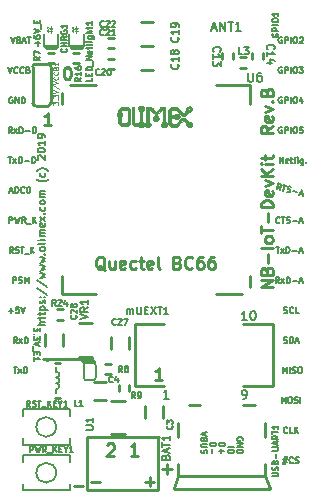
<source format=gbr>
G04 #@! TF.GenerationSoftware,KiCad,Pcbnew,5.99.0-unknown-9339afc~100~ubuntu18.04.1*
G04 #@! TF.CreationDate,2019-10-02T15:04:23+03:00*
G04 #@! TF.ProjectId,NB-IoT-DevKit_Rev_B,4e422d49-6f54-42d4-9465-764b69745f52,B*
G04 #@! TF.SameCoordinates,Original*
G04 #@! TF.FileFunction,Legend,Top*
G04 #@! TF.FilePolarity,Positive*
%FSLAX46Y46*%
G04 Gerber Fmt 4.6, Leading zero omitted, Abs format (unit mm)*
G04 Created by KiCad (PCBNEW 5.99.0-unknown-9339afc~100~ubuntu18.04.1) date 2019-10-02 15:04:23*
%MOMM*%
%LPD*%
G04 APERTURE LIST*
%ADD10C,0.254000*%
%ADD11C,0.190500*%
%ADD12C,0.127000*%
%ADD13C,0.158750*%
%ADD14C,0.009000*%
%ADD15C,0.152400*%
%ADD16C,0.150000*%
%ADD17C,0.200000*%
%ADD18C,0.100000*%
%ADD19C,0.050000*%
%ADD20C,0.101600*%
G04 APERTURE END LIST*
D10*
X133985000Y-90551000D02*
X134366000Y-90614500D01*
X133985000Y-90551000D02*
X134366000Y-90487500D01*
X138112500Y-90551000D02*
X137287000Y-90551000D01*
X138303000Y-90741500D02*
X138112500Y-90551000D01*
X137414000Y-90741500D02*
X138303000Y-90741500D01*
X137223500Y-90551000D02*
X137414000Y-90741500D01*
X133985000Y-90551000D02*
X137287000Y-90551000D01*
X144054285Y-92280619D02*
X143473714Y-92280619D01*
X143764000Y-92280619D02*
X143764000Y-91264619D01*
X143667238Y-91409761D01*
X143570476Y-91506523D01*
X143473714Y-91554904D01*
X139204095Y-82979380D02*
X139107333Y-82931000D01*
X139010571Y-82834238D01*
X138865428Y-82689095D01*
X138768666Y-82640714D01*
X138671904Y-82640714D01*
X138720285Y-82882619D02*
X138623523Y-82834238D01*
X138526761Y-82737476D01*
X138478380Y-82543952D01*
X138478380Y-82205285D01*
X138526761Y-82011761D01*
X138623523Y-81915000D01*
X138720285Y-81866619D01*
X138913809Y-81866619D01*
X139010571Y-81915000D01*
X139107333Y-82011761D01*
X139155714Y-82205285D01*
X139155714Y-82543952D01*
X139107333Y-82737476D01*
X139010571Y-82834238D01*
X138913809Y-82882619D01*
X138720285Y-82882619D01*
X140026571Y-82205285D02*
X140026571Y-82882619D01*
X139591142Y-82205285D02*
X139591142Y-82737476D01*
X139639523Y-82834238D01*
X139736285Y-82882619D01*
X139881428Y-82882619D01*
X139978190Y-82834238D01*
X140026571Y-82785857D01*
X140897428Y-82834238D02*
X140800666Y-82882619D01*
X140607142Y-82882619D01*
X140510380Y-82834238D01*
X140462000Y-82737476D01*
X140462000Y-82350428D01*
X140510380Y-82253666D01*
X140607142Y-82205285D01*
X140800666Y-82205285D01*
X140897428Y-82253666D01*
X140945809Y-82350428D01*
X140945809Y-82447190D01*
X140462000Y-82543952D01*
X141816666Y-82834238D02*
X141719904Y-82882619D01*
X141526380Y-82882619D01*
X141429619Y-82834238D01*
X141381238Y-82785857D01*
X141332857Y-82689095D01*
X141332857Y-82398809D01*
X141381238Y-82302047D01*
X141429619Y-82253666D01*
X141526380Y-82205285D01*
X141719904Y-82205285D01*
X141816666Y-82253666D01*
X142106952Y-82205285D02*
X142494000Y-82205285D01*
X142252095Y-81866619D02*
X142252095Y-82737476D01*
X142300476Y-82834238D01*
X142397238Y-82882619D01*
X142494000Y-82882619D01*
X143219714Y-82834238D02*
X143122952Y-82882619D01*
X142929428Y-82882619D01*
X142832666Y-82834238D01*
X142784285Y-82737476D01*
X142784285Y-82350428D01*
X142832666Y-82253666D01*
X142929428Y-82205285D01*
X143122952Y-82205285D01*
X143219714Y-82253666D01*
X143268095Y-82350428D01*
X143268095Y-82447190D01*
X142784285Y-82543952D01*
X143848666Y-82882619D02*
X143751904Y-82834238D01*
X143703523Y-82737476D01*
X143703523Y-81866619D01*
X145348476Y-82350428D02*
X145493619Y-82398809D01*
X145542000Y-82447190D01*
X145590380Y-82543952D01*
X145590380Y-82689095D01*
X145542000Y-82785857D01*
X145493619Y-82834238D01*
X145396857Y-82882619D01*
X145009809Y-82882619D01*
X145009809Y-81866619D01*
X145348476Y-81866619D01*
X145445238Y-81915000D01*
X145493619Y-81963380D01*
X145542000Y-82060142D01*
X145542000Y-82156904D01*
X145493619Y-82253666D01*
X145445238Y-82302047D01*
X145348476Y-82350428D01*
X145009809Y-82350428D01*
X146606380Y-82785857D02*
X146558000Y-82834238D01*
X146412857Y-82882619D01*
X146316095Y-82882619D01*
X146170952Y-82834238D01*
X146074190Y-82737476D01*
X146025809Y-82640714D01*
X145977428Y-82447190D01*
X145977428Y-82302047D01*
X146025809Y-82108523D01*
X146074190Y-82011761D01*
X146170952Y-81915000D01*
X146316095Y-81866619D01*
X146412857Y-81866619D01*
X146558000Y-81915000D01*
X146606380Y-81963380D01*
X147477238Y-81866619D02*
X147283714Y-81866619D01*
X147186952Y-81915000D01*
X147138571Y-81963380D01*
X147041809Y-82108523D01*
X146993428Y-82302047D01*
X146993428Y-82689095D01*
X147041809Y-82785857D01*
X147090190Y-82834238D01*
X147186952Y-82882619D01*
X147380476Y-82882619D01*
X147477238Y-82834238D01*
X147525619Y-82785857D01*
X147574000Y-82689095D01*
X147574000Y-82447190D01*
X147525619Y-82350428D01*
X147477238Y-82302047D01*
X147380476Y-82253666D01*
X147186952Y-82253666D01*
X147090190Y-82302047D01*
X147041809Y-82350428D01*
X146993428Y-82447190D01*
X148444857Y-81866619D02*
X148251333Y-81866619D01*
X148154571Y-81915000D01*
X148106190Y-81963380D01*
X148009428Y-82108523D01*
X147961047Y-82302047D01*
X147961047Y-82689095D01*
X148009428Y-82785857D01*
X148057809Y-82834238D01*
X148154571Y-82882619D01*
X148348095Y-82882619D01*
X148444857Y-82834238D01*
X148493238Y-82785857D01*
X148541619Y-82689095D01*
X148541619Y-82447190D01*
X148493238Y-82350428D01*
X148444857Y-82302047D01*
X148348095Y-82253666D01*
X148154571Y-82253666D01*
X148057809Y-82302047D01*
X148009428Y-82350428D01*
X147961047Y-82447190D01*
D11*
X151238857Y-87212714D02*
X150803428Y-87212714D01*
X151021142Y-87212714D02*
X151021142Y-86450714D01*
X150948571Y-86559571D01*
X150876000Y-86632142D01*
X150803428Y-86668428D01*
X151710571Y-86450714D02*
X151783142Y-86450714D01*
X151855714Y-86487000D01*
X151892000Y-86523285D01*
X151928285Y-86595857D01*
X151964571Y-86741000D01*
X151964571Y-86922428D01*
X151928285Y-87067571D01*
X151892000Y-87140142D01*
X151855714Y-87176428D01*
X151783142Y-87212714D01*
X151710571Y-87212714D01*
X151638000Y-87176428D01*
X151601714Y-87140142D01*
X151565428Y-87067571D01*
X151529142Y-86922428D01*
X151529142Y-86741000D01*
X151565428Y-86595857D01*
X151601714Y-86523285D01*
X151638000Y-86487000D01*
X151710571Y-86450714D01*
D10*
X144075452Y-99831071D02*
X144849547Y-99831071D01*
X144462500Y-100218119D02*
X144462500Y-99444023D01*
X136582452Y-101228071D02*
X137356547Y-101228071D01*
D12*
X131475238Y-91187209D02*
X131765523Y-91187209D01*
X131620380Y-91695209D02*
X131620380Y-91187209D01*
X131886476Y-91695209D02*
X132152571Y-91356542D01*
X131886476Y-91356542D02*
X132152571Y-91695209D01*
X132346095Y-91695209D02*
X132346095Y-91187209D01*
X132467047Y-91187209D01*
X132539619Y-91211400D01*
X132588000Y-91259780D01*
X132612190Y-91308161D01*
X132636380Y-91404923D01*
X132636380Y-91477495D01*
X132612190Y-91574257D01*
X132588000Y-91622638D01*
X132539619Y-91671019D01*
X132467047Y-91695209D01*
X132346095Y-91695209D01*
X131777619Y-89155209D02*
X131608285Y-88913304D01*
X131487333Y-89155209D02*
X131487333Y-88647209D01*
X131680857Y-88647209D01*
X131729238Y-88671400D01*
X131753428Y-88695590D01*
X131777619Y-88743971D01*
X131777619Y-88816542D01*
X131753428Y-88864923D01*
X131729238Y-88889114D01*
X131680857Y-88913304D01*
X131487333Y-88913304D01*
X131946952Y-89155209D02*
X132213047Y-88816542D01*
X131946952Y-88816542D02*
X132213047Y-89155209D01*
X132406571Y-89155209D02*
X132406571Y-88647209D01*
X132527523Y-88647209D01*
X132600095Y-88671400D01*
X132648476Y-88719780D01*
X132672666Y-88768161D01*
X132696857Y-88864923D01*
X132696857Y-88937495D01*
X132672666Y-89034257D01*
X132648476Y-89082638D01*
X132600095Y-89131019D01*
X132527523Y-89155209D01*
X132406571Y-89155209D01*
X131045857Y-86421685D02*
X131432904Y-86421685D01*
X131239380Y-86615209D02*
X131239380Y-86228161D01*
X131916714Y-86107209D02*
X131674809Y-86107209D01*
X131650619Y-86349114D01*
X131674809Y-86324923D01*
X131723190Y-86300733D01*
X131844142Y-86300733D01*
X131892523Y-86324923D01*
X131916714Y-86349114D01*
X131940904Y-86397495D01*
X131940904Y-86518447D01*
X131916714Y-86566828D01*
X131892523Y-86591019D01*
X131844142Y-86615209D01*
X131723190Y-86615209D01*
X131674809Y-86591019D01*
X131650619Y-86566828D01*
X132086047Y-86107209D02*
X132255380Y-86615209D01*
X132424714Y-86107209D01*
X131414761Y-84075209D02*
X131414761Y-83567209D01*
X131608285Y-83567209D01*
X131656666Y-83591400D01*
X131680857Y-83615590D01*
X131705047Y-83663971D01*
X131705047Y-83736542D01*
X131680857Y-83784923D01*
X131656666Y-83809114D01*
X131608285Y-83833304D01*
X131414761Y-83833304D01*
X131898571Y-84051019D02*
X131971142Y-84075209D01*
X132092095Y-84075209D01*
X132140476Y-84051019D01*
X132164666Y-84026828D01*
X132188857Y-83978447D01*
X132188857Y-83930066D01*
X132164666Y-83881685D01*
X132140476Y-83857495D01*
X132092095Y-83833304D01*
X131995333Y-83809114D01*
X131946952Y-83784923D01*
X131922761Y-83760733D01*
X131898571Y-83712352D01*
X131898571Y-83663971D01*
X131922761Y-83615590D01*
X131946952Y-83591400D01*
X131995333Y-83567209D01*
X132116285Y-83567209D01*
X132188857Y-83591400D01*
X132406571Y-84075209D02*
X132406571Y-83567209D01*
X132575904Y-83930066D01*
X132745238Y-83567209D01*
X132745238Y-84075209D01*
X131430485Y-81535209D02*
X131261152Y-81293304D01*
X131140200Y-81535209D02*
X131140200Y-81027209D01*
X131333723Y-81027209D01*
X131382104Y-81051400D01*
X131406295Y-81075590D01*
X131430485Y-81123971D01*
X131430485Y-81196542D01*
X131406295Y-81244923D01*
X131382104Y-81269114D01*
X131333723Y-81293304D01*
X131140200Y-81293304D01*
X131624009Y-81511019D02*
X131696580Y-81535209D01*
X131817533Y-81535209D01*
X131865914Y-81511019D01*
X131890104Y-81486828D01*
X131914295Y-81438447D01*
X131914295Y-81390066D01*
X131890104Y-81341685D01*
X131865914Y-81317495D01*
X131817533Y-81293304D01*
X131720771Y-81269114D01*
X131672390Y-81244923D01*
X131648200Y-81220733D01*
X131624009Y-81172352D01*
X131624009Y-81123971D01*
X131648200Y-81075590D01*
X131672390Y-81051400D01*
X131720771Y-81027209D01*
X131841723Y-81027209D01*
X131914295Y-81051400D01*
X132059438Y-81027209D02*
X132349723Y-81027209D01*
X132204580Y-81535209D02*
X132204580Y-81027209D01*
X132398104Y-81583590D02*
X132785152Y-81583590D01*
X132906104Y-81535209D02*
X132906104Y-81027209D01*
X133196390Y-81535209D02*
X132978676Y-81244923D01*
X133196390Y-81027209D02*
X132906104Y-81317495D01*
X131107542Y-78995209D02*
X131107542Y-78487209D01*
X131301066Y-78487209D01*
X131349447Y-78511400D01*
X131373638Y-78535590D01*
X131397828Y-78583971D01*
X131397828Y-78656542D01*
X131373638Y-78704923D01*
X131349447Y-78729114D01*
X131301066Y-78753304D01*
X131107542Y-78753304D01*
X131567161Y-78487209D02*
X131688114Y-78995209D01*
X131784876Y-78632352D01*
X131881638Y-78995209D01*
X132002590Y-78487209D01*
X132486400Y-78995209D02*
X132317066Y-78753304D01*
X132196114Y-78995209D02*
X132196114Y-78487209D01*
X132389638Y-78487209D01*
X132438019Y-78511400D01*
X132462209Y-78535590D01*
X132486400Y-78583971D01*
X132486400Y-78656542D01*
X132462209Y-78704923D01*
X132438019Y-78729114D01*
X132389638Y-78753304D01*
X132196114Y-78753304D01*
X132583161Y-79043590D02*
X132970209Y-79043590D01*
X133091161Y-78995209D02*
X133091161Y-78487209D01*
X133381447Y-78995209D02*
X133163733Y-78704923D01*
X133381447Y-78487209D02*
X133091161Y-78777495D01*
X131145642Y-76310066D02*
X131387547Y-76310066D01*
X131097261Y-76455209D02*
X131266595Y-75947209D01*
X131435928Y-76455209D01*
X131605261Y-76455209D02*
X131605261Y-75947209D01*
X131726214Y-75947209D01*
X131798785Y-75971400D01*
X131847166Y-76019780D01*
X131871357Y-76068161D01*
X131895547Y-76164923D01*
X131895547Y-76237495D01*
X131871357Y-76334257D01*
X131847166Y-76382638D01*
X131798785Y-76431019D01*
X131726214Y-76455209D01*
X131605261Y-76455209D01*
X132403547Y-76406828D02*
X132379357Y-76431019D01*
X132306785Y-76455209D01*
X132258404Y-76455209D01*
X132185833Y-76431019D01*
X132137452Y-76382638D01*
X132113261Y-76334257D01*
X132089071Y-76237495D01*
X132089071Y-76164923D01*
X132113261Y-76068161D01*
X132137452Y-76019780D01*
X132185833Y-75971400D01*
X132258404Y-75947209D01*
X132306785Y-75947209D01*
X132379357Y-75971400D01*
X132403547Y-75995590D01*
X132718023Y-75947209D02*
X132766404Y-75947209D01*
X132814785Y-75971400D01*
X132838976Y-75995590D01*
X132863166Y-76043971D01*
X132887357Y-76140733D01*
X132887357Y-76261685D01*
X132863166Y-76358447D01*
X132838976Y-76406828D01*
X132814785Y-76431019D01*
X132766404Y-76455209D01*
X132718023Y-76455209D01*
X132669642Y-76431019D01*
X132645452Y-76406828D01*
X132621261Y-76358447D01*
X132597071Y-76261685D01*
X132597071Y-76140733D01*
X132621261Y-76043971D01*
X132645452Y-75995590D01*
X132669642Y-75971400D01*
X132718023Y-75947209D01*
X131033761Y-73407209D02*
X131324047Y-73407209D01*
X131178904Y-73915209D02*
X131178904Y-73407209D01*
X131445000Y-73915209D02*
X131711095Y-73576542D01*
X131445000Y-73576542D02*
X131711095Y-73915209D01*
X131904619Y-73915209D02*
X131904619Y-73407209D01*
X132025571Y-73407209D01*
X132098142Y-73431400D01*
X132146523Y-73479780D01*
X132170714Y-73528161D01*
X132194904Y-73624923D01*
X132194904Y-73697495D01*
X132170714Y-73794257D01*
X132146523Y-73842638D01*
X132098142Y-73891019D01*
X132025571Y-73915209D01*
X131904619Y-73915209D01*
X132412619Y-73721685D02*
X132799666Y-73721685D01*
X133041571Y-73915209D02*
X133041571Y-73407209D01*
X133162523Y-73407209D01*
X133235095Y-73431400D01*
X133283476Y-73479780D01*
X133307666Y-73528161D01*
X133331857Y-73624923D01*
X133331857Y-73697495D01*
X133307666Y-73794257D01*
X133283476Y-73842638D01*
X133235095Y-73891019D01*
X133162523Y-73915209D01*
X133041571Y-73915209D01*
X131336142Y-71375209D02*
X131166809Y-71133304D01*
X131045857Y-71375209D02*
X131045857Y-70867209D01*
X131239380Y-70867209D01*
X131287761Y-70891400D01*
X131311952Y-70915590D01*
X131336142Y-70963971D01*
X131336142Y-71036542D01*
X131311952Y-71084923D01*
X131287761Y-71109114D01*
X131239380Y-71133304D01*
X131045857Y-71133304D01*
X131505476Y-71375209D02*
X131771571Y-71036542D01*
X131505476Y-71036542D02*
X131771571Y-71375209D01*
X131965095Y-71375209D02*
X131965095Y-70867209D01*
X132086047Y-70867209D01*
X132158619Y-70891400D01*
X132207000Y-70939780D01*
X132231190Y-70988161D01*
X132255380Y-71084923D01*
X132255380Y-71157495D01*
X132231190Y-71254257D01*
X132207000Y-71302638D01*
X132158619Y-71351019D01*
X132086047Y-71375209D01*
X131965095Y-71375209D01*
X132473095Y-71181685D02*
X132860142Y-71181685D01*
X133102047Y-71375209D02*
X133102047Y-70867209D01*
X133223000Y-70867209D01*
X133295571Y-70891400D01*
X133343952Y-70939780D01*
X133368142Y-70988161D01*
X133392333Y-71084923D01*
X133392333Y-71157495D01*
X133368142Y-71254257D01*
X133343952Y-71302638D01*
X133295571Y-71351019D01*
X133223000Y-71375209D01*
X133102047Y-71375209D01*
X131375452Y-68351400D02*
X131327071Y-68327209D01*
X131254500Y-68327209D01*
X131181928Y-68351400D01*
X131133547Y-68399780D01*
X131109357Y-68448161D01*
X131085166Y-68544923D01*
X131085166Y-68617495D01*
X131109357Y-68714257D01*
X131133547Y-68762638D01*
X131181928Y-68811019D01*
X131254500Y-68835209D01*
X131302880Y-68835209D01*
X131375452Y-68811019D01*
X131399642Y-68786828D01*
X131399642Y-68617495D01*
X131302880Y-68617495D01*
X131617357Y-68835209D02*
X131617357Y-68327209D01*
X131907642Y-68835209D01*
X131907642Y-68327209D01*
X132149547Y-68835209D02*
X132149547Y-68327209D01*
X132270500Y-68327209D01*
X132343071Y-68351400D01*
X132391452Y-68399780D01*
X132415642Y-68448161D01*
X132439833Y-68544923D01*
X132439833Y-68617495D01*
X132415642Y-68714257D01*
X132391452Y-68762638D01*
X132343071Y-68811019D01*
X132270500Y-68835209D01*
X132149547Y-68835209D01*
X131021666Y-65787209D02*
X131191000Y-66295209D01*
X131360333Y-65787209D01*
X131819952Y-66246828D02*
X131795761Y-66271019D01*
X131723190Y-66295209D01*
X131674809Y-66295209D01*
X131602238Y-66271019D01*
X131553857Y-66222638D01*
X131529666Y-66174257D01*
X131505476Y-66077495D01*
X131505476Y-66004923D01*
X131529666Y-65908161D01*
X131553857Y-65859780D01*
X131602238Y-65811400D01*
X131674809Y-65787209D01*
X131723190Y-65787209D01*
X131795761Y-65811400D01*
X131819952Y-65835590D01*
X132327952Y-66246828D02*
X132303761Y-66271019D01*
X132231190Y-66295209D01*
X132182809Y-66295209D01*
X132110238Y-66271019D01*
X132061857Y-66222638D01*
X132037666Y-66174257D01*
X132013476Y-66077495D01*
X132013476Y-66004923D01*
X132037666Y-65908161D01*
X132061857Y-65859780D01*
X132110238Y-65811400D01*
X132182809Y-65787209D01*
X132231190Y-65787209D01*
X132303761Y-65811400D01*
X132327952Y-65835590D01*
X132715000Y-66029114D02*
X132787571Y-66053304D01*
X132811761Y-66077495D01*
X132835952Y-66125876D01*
X132835952Y-66198447D01*
X132811761Y-66246828D01*
X132787571Y-66271019D01*
X132739190Y-66295209D01*
X132545666Y-66295209D01*
X132545666Y-65787209D01*
X132715000Y-65787209D01*
X132763380Y-65811400D01*
X132787571Y-65835590D01*
X132811761Y-65883971D01*
X132811761Y-65932352D01*
X132787571Y-65980733D01*
X132763380Y-66004923D01*
X132715000Y-66029114D01*
X132545666Y-66029114D01*
X131245428Y-63247209D02*
X131414761Y-63755209D01*
X131584095Y-63247209D01*
X131922761Y-63489114D02*
X131995333Y-63513304D01*
X132019523Y-63537495D01*
X132043714Y-63585876D01*
X132043714Y-63658447D01*
X132019523Y-63706828D01*
X131995333Y-63731019D01*
X131946952Y-63755209D01*
X131753428Y-63755209D01*
X131753428Y-63247209D01*
X131922761Y-63247209D01*
X131971142Y-63271400D01*
X131995333Y-63295590D01*
X132019523Y-63343971D01*
X132019523Y-63392352D01*
X131995333Y-63440733D01*
X131971142Y-63464923D01*
X131922761Y-63489114D01*
X131753428Y-63489114D01*
X132237238Y-63610066D02*
X132479142Y-63610066D01*
X132188857Y-63755209D02*
X132358190Y-63247209D01*
X132527523Y-63755209D01*
X132624285Y-63247209D02*
X132914571Y-63247209D01*
X132769428Y-63755209D02*
X132769428Y-63247209D01*
X133513285Y-63992276D02*
X133513285Y-63605228D01*
X133706809Y-63798752D02*
X133319761Y-63798752D01*
X133198809Y-63121419D02*
X133198809Y-63363323D01*
X133440714Y-63387514D01*
X133416523Y-63363323D01*
X133392333Y-63314942D01*
X133392333Y-63193990D01*
X133416523Y-63145609D01*
X133440714Y-63121419D01*
X133489095Y-63097228D01*
X133610047Y-63097228D01*
X133658428Y-63121419D01*
X133682619Y-63145609D01*
X133706809Y-63193990D01*
X133706809Y-63314942D01*
X133682619Y-63363323D01*
X133658428Y-63387514D01*
X133198809Y-62952085D02*
X133706809Y-62782752D01*
X133198809Y-62613419D01*
X133755190Y-62565038D02*
X133755190Y-62177990D01*
X133440714Y-62057038D02*
X133440714Y-61887704D01*
X133706809Y-61815133D02*
X133706809Y-62057038D01*
X133198809Y-62057038D01*
X133198809Y-61815133D01*
X154312257Y-98976542D02*
X154675114Y-98976542D01*
X154457400Y-98758828D02*
X154312257Y-99411971D01*
X154626733Y-99194257D02*
X154263876Y-99194257D01*
X154481590Y-99411971D02*
X154626733Y-98758828D01*
X155134733Y-99266828D02*
X155110542Y-99291019D01*
X155037971Y-99315209D01*
X154989590Y-99315209D01*
X154917019Y-99291019D01*
X154868638Y-99242638D01*
X154844447Y-99194257D01*
X154820257Y-99097495D01*
X154820257Y-99024923D01*
X154844447Y-98928161D01*
X154868638Y-98879780D01*
X154917019Y-98831400D01*
X154989590Y-98807209D01*
X155037971Y-98807209D01*
X155110542Y-98831400D01*
X155134733Y-98855590D01*
X155328257Y-99291019D02*
X155400828Y-99315209D01*
X155521780Y-99315209D01*
X155570161Y-99291019D01*
X155594352Y-99266828D01*
X155618542Y-99218447D01*
X155618542Y-99170066D01*
X155594352Y-99121685D01*
X155570161Y-99097495D01*
X155521780Y-99073304D01*
X155425019Y-99049114D01*
X155376638Y-99024923D01*
X155352447Y-99000733D01*
X155328257Y-98952352D01*
X155328257Y-98903971D01*
X155352447Y-98855590D01*
X155376638Y-98831400D01*
X155425019Y-98807209D01*
X155545971Y-98807209D01*
X155618542Y-98831400D01*
X154663019Y-96726828D02*
X154638828Y-96751019D01*
X154566257Y-96775209D01*
X154517876Y-96775209D01*
X154445304Y-96751019D01*
X154396923Y-96702638D01*
X154372733Y-96654257D01*
X154348542Y-96557495D01*
X154348542Y-96484923D01*
X154372733Y-96388161D01*
X154396923Y-96339780D01*
X154445304Y-96291400D01*
X154517876Y-96267209D01*
X154566257Y-96267209D01*
X154638828Y-96291400D01*
X154663019Y-96315590D01*
X155122638Y-96775209D02*
X154880733Y-96775209D01*
X154880733Y-96267209D01*
X155291971Y-96775209D02*
X155291971Y-96267209D01*
X155582257Y-96775209D02*
X155364542Y-96484923D01*
X155582257Y-96267209D02*
X155291971Y-96557495D01*
X154167114Y-94235209D02*
X154167114Y-93727209D01*
X154336447Y-94090066D01*
X154505780Y-93727209D01*
X154505780Y-94235209D01*
X154844447Y-93727209D02*
X154941209Y-93727209D01*
X154989590Y-93751400D01*
X155037971Y-93799780D01*
X155062161Y-93896542D01*
X155062161Y-94065876D01*
X155037971Y-94162638D01*
X154989590Y-94211019D01*
X154941209Y-94235209D01*
X154844447Y-94235209D01*
X154796066Y-94211019D01*
X154747685Y-94162638D01*
X154723495Y-94065876D01*
X154723495Y-93896542D01*
X154747685Y-93799780D01*
X154796066Y-93751400D01*
X154844447Y-93727209D01*
X155255685Y-94211019D02*
X155328257Y-94235209D01*
X155449209Y-94235209D01*
X155497590Y-94211019D01*
X155521780Y-94186828D01*
X155545971Y-94138447D01*
X155545971Y-94090066D01*
X155521780Y-94041685D01*
X155497590Y-94017495D01*
X155449209Y-93993304D01*
X155352447Y-93969114D01*
X155304066Y-93944923D01*
X155279876Y-93920733D01*
X155255685Y-93872352D01*
X155255685Y-93823971D01*
X155279876Y-93775590D01*
X155304066Y-93751400D01*
X155352447Y-93727209D01*
X155473400Y-93727209D01*
X155545971Y-93751400D01*
X155763685Y-94235209D02*
X155763685Y-93727209D01*
X154268714Y-91695209D02*
X154268714Y-91187209D01*
X154438047Y-91550066D01*
X154607380Y-91187209D01*
X154607380Y-91695209D01*
X154849285Y-91695209D02*
X154849285Y-91187209D01*
X155067000Y-91671019D02*
X155139571Y-91695209D01*
X155260523Y-91695209D01*
X155308904Y-91671019D01*
X155333095Y-91646828D01*
X155357285Y-91598447D01*
X155357285Y-91550066D01*
X155333095Y-91501685D01*
X155308904Y-91477495D01*
X155260523Y-91453304D01*
X155163761Y-91429114D01*
X155115380Y-91404923D01*
X155091190Y-91380733D01*
X155067000Y-91332352D01*
X155067000Y-91283971D01*
X155091190Y-91235590D01*
X155115380Y-91211400D01*
X155163761Y-91187209D01*
X155284714Y-91187209D01*
X155357285Y-91211400D01*
X155671761Y-91187209D02*
X155768523Y-91187209D01*
X155816904Y-91211400D01*
X155865285Y-91259780D01*
X155889476Y-91356542D01*
X155889476Y-91525876D01*
X155865285Y-91622638D01*
X155816904Y-91671019D01*
X155768523Y-91695209D01*
X155671761Y-91695209D01*
X155623380Y-91671019D01*
X155575000Y-91622638D01*
X155550809Y-91525876D01*
X155550809Y-91356542D01*
X155575000Y-91259780D01*
X155623380Y-91211400D01*
X155671761Y-91187209D01*
X154348542Y-89131019D02*
X154421114Y-89155209D01*
X154542066Y-89155209D01*
X154590447Y-89131019D01*
X154614638Y-89106828D01*
X154638828Y-89058447D01*
X154638828Y-89010066D01*
X154614638Y-88961685D01*
X154590447Y-88937495D01*
X154542066Y-88913304D01*
X154445304Y-88889114D01*
X154396923Y-88864923D01*
X154372733Y-88840733D01*
X154348542Y-88792352D01*
X154348542Y-88743971D01*
X154372733Y-88695590D01*
X154396923Y-88671400D01*
X154445304Y-88647209D01*
X154566257Y-88647209D01*
X154638828Y-88671400D01*
X154856542Y-89155209D02*
X154856542Y-88647209D01*
X154977495Y-88647209D01*
X155050066Y-88671400D01*
X155098447Y-88719780D01*
X155122638Y-88768161D01*
X155146828Y-88864923D01*
X155146828Y-88937495D01*
X155122638Y-89034257D01*
X155098447Y-89082638D01*
X155050066Y-89131019D01*
X154977495Y-89155209D01*
X154856542Y-89155209D01*
X155340352Y-89010066D02*
X155582257Y-89010066D01*
X155291971Y-89155209D02*
X155461304Y-88647209D01*
X155630638Y-89155209D01*
X154360638Y-86591019D02*
X154433209Y-86615209D01*
X154554161Y-86615209D01*
X154602542Y-86591019D01*
X154626733Y-86566828D01*
X154650923Y-86518447D01*
X154650923Y-86470066D01*
X154626733Y-86421685D01*
X154602542Y-86397495D01*
X154554161Y-86373304D01*
X154457400Y-86349114D01*
X154409019Y-86324923D01*
X154384828Y-86300733D01*
X154360638Y-86252352D01*
X154360638Y-86203971D01*
X154384828Y-86155590D01*
X154409019Y-86131400D01*
X154457400Y-86107209D01*
X154578352Y-86107209D01*
X154650923Y-86131400D01*
X155158923Y-86566828D02*
X155134733Y-86591019D01*
X155062161Y-86615209D01*
X155013780Y-86615209D01*
X154941209Y-86591019D01*
X154892828Y-86542638D01*
X154868638Y-86494257D01*
X154844447Y-86397495D01*
X154844447Y-86324923D01*
X154868638Y-86228161D01*
X154892828Y-86179780D01*
X154941209Y-86131400D01*
X155013780Y-86107209D01*
X155062161Y-86107209D01*
X155134733Y-86131400D01*
X155158923Y-86155590D01*
X155618542Y-86615209D02*
X155376638Y-86615209D01*
X155376638Y-86107209D01*
X153953028Y-84075209D02*
X153783695Y-83833304D01*
X153662742Y-84075209D02*
X153662742Y-83567209D01*
X153856266Y-83567209D01*
X153904647Y-83591400D01*
X153928838Y-83615590D01*
X153953028Y-83663971D01*
X153953028Y-83736542D01*
X153928838Y-83784923D01*
X153904647Y-83809114D01*
X153856266Y-83833304D01*
X153662742Y-83833304D01*
X154122361Y-84075209D02*
X154388457Y-83736542D01*
X154122361Y-83736542D02*
X154388457Y-84075209D01*
X154581980Y-84075209D02*
X154581980Y-83567209D01*
X154702933Y-83567209D01*
X154775504Y-83591400D01*
X154823885Y-83639780D01*
X154848076Y-83688161D01*
X154872266Y-83784923D01*
X154872266Y-83857495D01*
X154848076Y-83954257D01*
X154823885Y-84002638D01*
X154775504Y-84051019D01*
X154702933Y-84075209D01*
X154581980Y-84075209D01*
X155089980Y-83881685D02*
X155477028Y-83881685D01*
X155694742Y-83930066D02*
X155936647Y-83930066D01*
X155646361Y-84075209D02*
X155815695Y-83567209D01*
X155985028Y-84075209D01*
X153676047Y-81027209D02*
X153966333Y-81027209D01*
X153821190Y-81535209D02*
X153821190Y-81027209D01*
X154087285Y-81535209D02*
X154353380Y-81196542D01*
X154087285Y-81196542D02*
X154353380Y-81535209D01*
X154546904Y-81535209D02*
X154546904Y-81027209D01*
X154667857Y-81027209D01*
X154740428Y-81051400D01*
X154788809Y-81099780D01*
X154813000Y-81148161D01*
X154837190Y-81244923D01*
X154837190Y-81317495D01*
X154813000Y-81414257D01*
X154788809Y-81462638D01*
X154740428Y-81511019D01*
X154667857Y-81535209D01*
X154546904Y-81535209D01*
X155054904Y-81341685D02*
X155441952Y-81341685D01*
X155659666Y-81390066D02*
X155901571Y-81390066D01*
X155611285Y-81535209D02*
X155780619Y-81027209D01*
X155949952Y-81535209D01*
X154002619Y-78946828D02*
X153978428Y-78971019D01*
X153905857Y-78995209D01*
X153857476Y-78995209D01*
X153784904Y-78971019D01*
X153736523Y-78922638D01*
X153712333Y-78874257D01*
X153688142Y-78777495D01*
X153688142Y-78704923D01*
X153712333Y-78608161D01*
X153736523Y-78559780D01*
X153784904Y-78511400D01*
X153857476Y-78487209D01*
X153905857Y-78487209D01*
X153978428Y-78511400D01*
X154002619Y-78535590D01*
X154147761Y-78487209D02*
X154438047Y-78487209D01*
X154292904Y-78995209D02*
X154292904Y-78487209D01*
X154583190Y-78971019D02*
X154655761Y-78995209D01*
X154776714Y-78995209D01*
X154825095Y-78971019D01*
X154849285Y-78946828D01*
X154873476Y-78898447D01*
X154873476Y-78850066D01*
X154849285Y-78801685D01*
X154825095Y-78777495D01*
X154776714Y-78753304D01*
X154679952Y-78729114D01*
X154631571Y-78704923D01*
X154607380Y-78680733D01*
X154583190Y-78632352D01*
X154583190Y-78583971D01*
X154607380Y-78535590D01*
X154631571Y-78511400D01*
X154679952Y-78487209D01*
X154800904Y-78487209D01*
X154873476Y-78511400D01*
X155091190Y-78801685D02*
X155478238Y-78801685D01*
X155695952Y-78850066D02*
X155937857Y-78850066D01*
X155647571Y-78995209D02*
X155816904Y-78487209D01*
X155986238Y-78995209D01*
X154034253Y-76212236D02*
X153933299Y-75934748D01*
X153753858Y-76137105D02*
X153885338Y-75646415D01*
X154072268Y-75696502D01*
X154112739Y-75732390D01*
X154129844Y-75762018D01*
X154140689Y-75815011D01*
X154121906Y-75885110D01*
X154086018Y-75925581D01*
X154056391Y-75942686D01*
X154003397Y-75953531D01*
X153816468Y-75903443D01*
X154305930Y-75759112D02*
X154586324Y-75834243D01*
X154314647Y-76287368D02*
X154446127Y-75796678D01*
X154601302Y-76339133D02*
X154665140Y-76381282D01*
X154781971Y-76412587D01*
X154834964Y-76401743D01*
X154864592Y-76384637D01*
X154900480Y-76344166D01*
X154913002Y-76297434D01*
X154902157Y-76244440D01*
X154885052Y-76214813D01*
X154844581Y-76178925D01*
X154757377Y-76130515D01*
X154716905Y-76094627D01*
X154699800Y-76065000D01*
X154688956Y-76012006D01*
X154701478Y-75965274D01*
X154737366Y-75924802D01*
X154766993Y-75907697D01*
X154819986Y-75896853D01*
X154936817Y-75928158D01*
X155000655Y-75970307D01*
X155135819Y-76307050D02*
X155509679Y-76407225D01*
X155707453Y-76510306D02*
X155941115Y-76572916D01*
X155623155Y-76637981D02*
X155918198Y-76191118D01*
X155950281Y-76725635D01*
X154005038Y-73915209D02*
X154005038Y-73407209D01*
X154295323Y-73915209D01*
X154295323Y-73407209D01*
X154730752Y-73891019D02*
X154682371Y-73915209D01*
X154585609Y-73915209D01*
X154537228Y-73891019D01*
X154513038Y-73842638D01*
X154513038Y-73649114D01*
X154537228Y-73600733D01*
X154585609Y-73576542D01*
X154682371Y-73576542D01*
X154730752Y-73600733D01*
X154754942Y-73649114D01*
X154754942Y-73697495D01*
X154513038Y-73745876D01*
X154900085Y-73576542D02*
X155093609Y-73576542D01*
X154972657Y-73407209D02*
X154972657Y-73842638D01*
X154996847Y-73891019D01*
X155045228Y-73915209D01*
X155093609Y-73915209D01*
X155335514Y-73915209D02*
X155287133Y-73891019D01*
X155262942Y-73842638D01*
X155262942Y-73407209D01*
X155529038Y-73915209D02*
X155529038Y-73576542D01*
X155529038Y-73407209D02*
X155504847Y-73431400D01*
X155529038Y-73455590D01*
X155553228Y-73431400D01*
X155529038Y-73407209D01*
X155529038Y-73455590D01*
X155988657Y-73576542D02*
X155988657Y-73987780D01*
X155964466Y-74036161D01*
X155940276Y-74060352D01*
X155891895Y-74084542D01*
X155819323Y-74084542D01*
X155770942Y-74060352D01*
X155988657Y-73891019D02*
X155940276Y-73915209D01*
X155843514Y-73915209D01*
X155795133Y-73891019D01*
X155770942Y-73866828D01*
X155746752Y-73818447D01*
X155746752Y-73673304D01*
X155770942Y-73624923D01*
X155795133Y-73600733D01*
X155843514Y-73576542D01*
X155940276Y-73576542D01*
X155988657Y-73600733D01*
X156230561Y-73866828D02*
X156254752Y-73891019D01*
X156230561Y-73915209D01*
X156206371Y-73891019D01*
X156230561Y-73866828D01*
X156230561Y-73915209D01*
X153416000Y-62979904D02*
X153391809Y-63028285D01*
X153391809Y-63100857D01*
X153416000Y-63173428D01*
X153464380Y-63221809D01*
X153512761Y-63246000D01*
X153609523Y-63270190D01*
X153682095Y-63270190D01*
X153778857Y-63246000D01*
X153827238Y-63221809D01*
X153875619Y-63173428D01*
X153899809Y-63100857D01*
X153899809Y-63052476D01*
X153875619Y-62979904D01*
X153851428Y-62955714D01*
X153682095Y-62955714D01*
X153682095Y-63052476D01*
X153899809Y-62738000D02*
X153391809Y-62738000D01*
X153391809Y-62544476D01*
X153416000Y-62496095D01*
X153440190Y-62471904D01*
X153488571Y-62447714D01*
X153561142Y-62447714D01*
X153609523Y-62471904D01*
X153633714Y-62496095D01*
X153657904Y-62544476D01*
X153657904Y-62738000D01*
X153899809Y-62230000D02*
X153391809Y-62230000D01*
X153391809Y-61891333D02*
X153391809Y-61794571D01*
X153416000Y-61746190D01*
X153464380Y-61697809D01*
X153561142Y-61673619D01*
X153730476Y-61673619D01*
X153827238Y-61697809D01*
X153875619Y-61746190D01*
X153899809Y-61794571D01*
X153899809Y-61891333D01*
X153875619Y-61939714D01*
X153827238Y-61988095D01*
X153730476Y-62012285D01*
X153561142Y-62012285D01*
X153464380Y-61988095D01*
X153416000Y-61939714D01*
X153391809Y-61891333D01*
X153899809Y-61189809D02*
X153899809Y-61480095D01*
X153899809Y-61334952D02*
X153391809Y-61334952D01*
X153464380Y-61383333D01*
X153512761Y-61431714D01*
X153536952Y-61480095D01*
X154190095Y-70891400D02*
X154141714Y-70867209D01*
X154069142Y-70867209D01*
X153996571Y-70891400D01*
X153948190Y-70939780D01*
X153924000Y-70988161D01*
X153899809Y-71084923D01*
X153899809Y-71157495D01*
X153924000Y-71254257D01*
X153948190Y-71302638D01*
X153996571Y-71351019D01*
X154069142Y-71375209D01*
X154117523Y-71375209D01*
X154190095Y-71351019D01*
X154214285Y-71326828D01*
X154214285Y-71157495D01*
X154117523Y-71157495D01*
X154432000Y-71375209D02*
X154432000Y-70867209D01*
X154625523Y-70867209D01*
X154673904Y-70891400D01*
X154698095Y-70915590D01*
X154722285Y-70963971D01*
X154722285Y-71036542D01*
X154698095Y-71084923D01*
X154673904Y-71109114D01*
X154625523Y-71133304D01*
X154432000Y-71133304D01*
X154940000Y-71375209D02*
X154940000Y-70867209D01*
X155278666Y-70867209D02*
X155375428Y-70867209D01*
X155423809Y-70891400D01*
X155472190Y-70939780D01*
X155496380Y-71036542D01*
X155496380Y-71205876D01*
X155472190Y-71302638D01*
X155423809Y-71351019D01*
X155375428Y-71375209D01*
X155278666Y-71375209D01*
X155230285Y-71351019D01*
X155181904Y-71302638D01*
X155157714Y-71205876D01*
X155157714Y-71036542D01*
X155181904Y-70939780D01*
X155230285Y-70891400D01*
X155278666Y-70867209D01*
X155956000Y-70867209D02*
X155714095Y-70867209D01*
X155689904Y-71109114D01*
X155714095Y-71084923D01*
X155762476Y-71060733D01*
X155883428Y-71060733D01*
X155931809Y-71084923D01*
X155956000Y-71109114D01*
X155980190Y-71157495D01*
X155980190Y-71278447D01*
X155956000Y-71326828D01*
X155931809Y-71351019D01*
X155883428Y-71375209D01*
X155762476Y-71375209D01*
X155714095Y-71351019D01*
X155689904Y-71326828D01*
X154190095Y-68351400D02*
X154141714Y-68327209D01*
X154069142Y-68327209D01*
X153996571Y-68351400D01*
X153948190Y-68399780D01*
X153924000Y-68448161D01*
X153899809Y-68544923D01*
X153899809Y-68617495D01*
X153924000Y-68714257D01*
X153948190Y-68762638D01*
X153996571Y-68811019D01*
X154069142Y-68835209D01*
X154117523Y-68835209D01*
X154190095Y-68811019D01*
X154214285Y-68786828D01*
X154214285Y-68617495D01*
X154117523Y-68617495D01*
X154432000Y-68835209D02*
X154432000Y-68327209D01*
X154625523Y-68327209D01*
X154673904Y-68351400D01*
X154698095Y-68375590D01*
X154722285Y-68423971D01*
X154722285Y-68496542D01*
X154698095Y-68544923D01*
X154673904Y-68569114D01*
X154625523Y-68593304D01*
X154432000Y-68593304D01*
X154940000Y-68835209D02*
X154940000Y-68327209D01*
X155278666Y-68327209D02*
X155375428Y-68327209D01*
X155423809Y-68351400D01*
X155472190Y-68399780D01*
X155496380Y-68496542D01*
X155496380Y-68665876D01*
X155472190Y-68762638D01*
X155423809Y-68811019D01*
X155375428Y-68835209D01*
X155278666Y-68835209D01*
X155230285Y-68811019D01*
X155181904Y-68762638D01*
X155157714Y-68665876D01*
X155157714Y-68496542D01*
X155181904Y-68399780D01*
X155230285Y-68351400D01*
X155278666Y-68327209D01*
X155931809Y-68496542D02*
X155931809Y-68835209D01*
X155810857Y-68303019D02*
X155689904Y-68665876D01*
X156004380Y-68665876D01*
X154190095Y-65811400D02*
X154141714Y-65787209D01*
X154069142Y-65787209D01*
X153996571Y-65811400D01*
X153948190Y-65859780D01*
X153924000Y-65908161D01*
X153899809Y-66004923D01*
X153899809Y-66077495D01*
X153924000Y-66174257D01*
X153948190Y-66222638D01*
X153996571Y-66271019D01*
X154069142Y-66295209D01*
X154117523Y-66295209D01*
X154190095Y-66271019D01*
X154214285Y-66246828D01*
X154214285Y-66077495D01*
X154117523Y-66077495D01*
X154432000Y-66295209D02*
X154432000Y-65787209D01*
X154625523Y-65787209D01*
X154673904Y-65811400D01*
X154698095Y-65835590D01*
X154722285Y-65883971D01*
X154722285Y-65956542D01*
X154698095Y-66004923D01*
X154673904Y-66029114D01*
X154625523Y-66053304D01*
X154432000Y-66053304D01*
X154940000Y-66295209D02*
X154940000Y-65787209D01*
X155278666Y-65787209D02*
X155375428Y-65787209D01*
X155423809Y-65811400D01*
X155472190Y-65859780D01*
X155496380Y-65956542D01*
X155496380Y-66125876D01*
X155472190Y-66222638D01*
X155423809Y-66271019D01*
X155375428Y-66295209D01*
X155278666Y-66295209D01*
X155230285Y-66271019D01*
X155181904Y-66222638D01*
X155157714Y-66125876D01*
X155157714Y-65956542D01*
X155181904Y-65859780D01*
X155230285Y-65811400D01*
X155278666Y-65787209D01*
X155665714Y-65787209D02*
X155980190Y-65787209D01*
X155810857Y-65980733D01*
X155883428Y-65980733D01*
X155931809Y-66004923D01*
X155956000Y-66029114D01*
X155980190Y-66077495D01*
X155980190Y-66198447D01*
X155956000Y-66246828D01*
X155931809Y-66271019D01*
X155883428Y-66295209D01*
X155738285Y-66295209D01*
X155689904Y-66271019D01*
X155665714Y-66246828D01*
D10*
X138042952Y-100910571D02*
X138817047Y-100910571D01*
X142614952Y-100910571D02*
X143389047Y-100910571D01*
X143002000Y-101297619D02*
X143002000Y-100523523D01*
D12*
X154190095Y-63271400D02*
X154141714Y-63247209D01*
X154069142Y-63247209D01*
X153996571Y-63271400D01*
X153948190Y-63319780D01*
X153924000Y-63368161D01*
X153899809Y-63464923D01*
X153899809Y-63537495D01*
X153924000Y-63634257D01*
X153948190Y-63682638D01*
X153996571Y-63731019D01*
X154069142Y-63755209D01*
X154117523Y-63755209D01*
X154190095Y-63731019D01*
X154214285Y-63706828D01*
X154214285Y-63537495D01*
X154117523Y-63537495D01*
X154432000Y-63755209D02*
X154432000Y-63247209D01*
X154625523Y-63247209D01*
X154673904Y-63271400D01*
X154698095Y-63295590D01*
X154722285Y-63343971D01*
X154722285Y-63416542D01*
X154698095Y-63464923D01*
X154673904Y-63489114D01*
X154625523Y-63513304D01*
X154432000Y-63513304D01*
X154940000Y-63755209D02*
X154940000Y-63247209D01*
X155278666Y-63247209D02*
X155375428Y-63247209D01*
X155423809Y-63271400D01*
X155472190Y-63319780D01*
X155496380Y-63416542D01*
X155496380Y-63585876D01*
X155472190Y-63682638D01*
X155423809Y-63731019D01*
X155375428Y-63755209D01*
X155278666Y-63755209D01*
X155230285Y-63731019D01*
X155181904Y-63682638D01*
X155157714Y-63585876D01*
X155157714Y-63416542D01*
X155181904Y-63319780D01*
X155230285Y-63271400D01*
X155278666Y-63247209D01*
X155689904Y-63295590D02*
X155714095Y-63271400D01*
X155762476Y-63247209D01*
X155883428Y-63247209D01*
X155931809Y-63271400D01*
X155956000Y-63295590D01*
X155980190Y-63343971D01*
X155980190Y-63392352D01*
X155956000Y-63464923D01*
X155665714Y-63755209D01*
X155980190Y-63755209D01*
D13*
X134145261Y-87654190D02*
X133510261Y-87654190D01*
X134145261Y-87382047D02*
X133812642Y-87382047D01*
X133752166Y-87412285D01*
X133721928Y-87472761D01*
X133721928Y-87563476D01*
X133752166Y-87623952D01*
X133782404Y-87654190D01*
X133721928Y-87170380D02*
X133721928Y-86928476D01*
X133510261Y-87079666D02*
X134054547Y-87079666D01*
X134115023Y-87049428D01*
X134145261Y-86988952D01*
X134145261Y-86928476D01*
X133721928Y-86807523D02*
X133721928Y-86565619D01*
X133510261Y-86716809D02*
X134054547Y-86716809D01*
X134115023Y-86686571D01*
X134145261Y-86626095D01*
X134145261Y-86565619D01*
X133721928Y-86353952D02*
X134356928Y-86353952D01*
X133752166Y-86353952D02*
X133721928Y-86293476D01*
X133721928Y-86172523D01*
X133752166Y-86112047D01*
X133782404Y-86081809D01*
X133842880Y-86051571D01*
X134024309Y-86051571D01*
X134084785Y-86081809D01*
X134115023Y-86112047D01*
X134145261Y-86172523D01*
X134145261Y-86293476D01*
X134115023Y-86353952D01*
X134115023Y-85809666D02*
X134145261Y-85749190D01*
X134145261Y-85628238D01*
X134115023Y-85567761D01*
X134054547Y-85537523D01*
X134024309Y-85537523D01*
X133963833Y-85567761D01*
X133933595Y-85628238D01*
X133933595Y-85718952D01*
X133903357Y-85779428D01*
X133842880Y-85809666D01*
X133812642Y-85809666D01*
X133752166Y-85779428D01*
X133721928Y-85718952D01*
X133721928Y-85628238D01*
X133752166Y-85567761D01*
X134084785Y-85265380D02*
X134115023Y-85235142D01*
X134145261Y-85265380D01*
X134115023Y-85295619D01*
X134084785Y-85265380D01*
X134145261Y-85265380D01*
X133752166Y-85265380D02*
X133782404Y-85235142D01*
X133812642Y-85265380D01*
X133782404Y-85295619D01*
X133752166Y-85265380D01*
X133812642Y-85265380D01*
X133480023Y-84509428D02*
X134296452Y-85053714D01*
X133480023Y-83844190D02*
X134296452Y-84388476D01*
X133721928Y-83693000D02*
X134145261Y-83572047D01*
X133842880Y-83451095D01*
X134145261Y-83330142D01*
X133721928Y-83209190D01*
X133721928Y-83027761D02*
X134145261Y-82906809D01*
X133842880Y-82785857D01*
X134145261Y-82664904D01*
X133721928Y-82543952D01*
X133721928Y-82362523D02*
X134145261Y-82241571D01*
X133842880Y-82120619D01*
X134145261Y-81999666D01*
X133721928Y-81878714D01*
X134084785Y-81636809D02*
X134115023Y-81606571D01*
X134145261Y-81636809D01*
X134115023Y-81667047D01*
X134084785Y-81636809D01*
X134145261Y-81636809D01*
X134145261Y-81243714D02*
X134115023Y-81304190D01*
X134084785Y-81334428D01*
X134024309Y-81364666D01*
X133842880Y-81364666D01*
X133782404Y-81334428D01*
X133752166Y-81304190D01*
X133721928Y-81243714D01*
X133721928Y-81153000D01*
X133752166Y-81092523D01*
X133782404Y-81062285D01*
X133842880Y-81032047D01*
X134024309Y-81032047D01*
X134084785Y-81062285D01*
X134115023Y-81092523D01*
X134145261Y-81153000D01*
X134145261Y-81243714D01*
X134145261Y-80669190D02*
X134115023Y-80729666D01*
X134054547Y-80759904D01*
X133510261Y-80759904D01*
X134145261Y-80427285D02*
X133721928Y-80427285D01*
X133510261Y-80427285D02*
X133540500Y-80457523D01*
X133570738Y-80427285D01*
X133540500Y-80397047D01*
X133510261Y-80427285D01*
X133570738Y-80427285D01*
X134145261Y-80124904D02*
X133721928Y-80124904D01*
X133782404Y-80124904D02*
X133752166Y-80094666D01*
X133721928Y-80034190D01*
X133721928Y-79943476D01*
X133752166Y-79883000D01*
X133812642Y-79852761D01*
X134145261Y-79852761D01*
X133812642Y-79852761D02*
X133752166Y-79822523D01*
X133721928Y-79762047D01*
X133721928Y-79671333D01*
X133752166Y-79610857D01*
X133812642Y-79580619D01*
X134145261Y-79580619D01*
X134115023Y-79036333D02*
X134145261Y-79096809D01*
X134145261Y-79217761D01*
X134115023Y-79278238D01*
X134054547Y-79308476D01*
X133812642Y-79308476D01*
X133752166Y-79278238D01*
X133721928Y-79217761D01*
X133721928Y-79096809D01*
X133752166Y-79036333D01*
X133812642Y-79006095D01*
X133873119Y-79006095D01*
X133933595Y-79308476D01*
X134145261Y-78794428D02*
X133721928Y-78461809D01*
X133721928Y-78794428D02*
X134145261Y-78461809D01*
X134084785Y-78219904D02*
X134115023Y-78189666D01*
X134145261Y-78219904D01*
X134115023Y-78250142D01*
X134084785Y-78219904D01*
X134145261Y-78219904D01*
X134115023Y-77645380D02*
X134145261Y-77705857D01*
X134145261Y-77826809D01*
X134115023Y-77887285D01*
X134084785Y-77917523D01*
X134024309Y-77947761D01*
X133842880Y-77947761D01*
X133782404Y-77917523D01*
X133752166Y-77887285D01*
X133721928Y-77826809D01*
X133721928Y-77705857D01*
X133752166Y-77645380D01*
X134145261Y-77282523D02*
X134115023Y-77343000D01*
X134084785Y-77373238D01*
X134024309Y-77403476D01*
X133842880Y-77403476D01*
X133782404Y-77373238D01*
X133752166Y-77343000D01*
X133721928Y-77282523D01*
X133721928Y-77191809D01*
X133752166Y-77131333D01*
X133782404Y-77101095D01*
X133842880Y-77070857D01*
X134024309Y-77070857D01*
X134084785Y-77101095D01*
X134115023Y-77131333D01*
X134145261Y-77191809D01*
X134145261Y-77282523D01*
X134145261Y-76798714D02*
X133721928Y-76798714D01*
X133782404Y-76798714D02*
X133752166Y-76768476D01*
X133721928Y-76708000D01*
X133721928Y-76617285D01*
X133752166Y-76556809D01*
X133812642Y-76526571D01*
X134145261Y-76526571D01*
X133812642Y-76526571D02*
X133752166Y-76496333D01*
X133721928Y-76435857D01*
X133721928Y-76345142D01*
X133752166Y-76284666D01*
X133812642Y-76254428D01*
X134145261Y-76254428D01*
X134387166Y-75286809D02*
X134356928Y-75317047D01*
X134266214Y-75377523D01*
X134205738Y-75407761D01*
X134115023Y-75438000D01*
X133963833Y-75468238D01*
X133842880Y-75468238D01*
X133691690Y-75438000D01*
X133600976Y-75407761D01*
X133540500Y-75377523D01*
X133449785Y-75317047D01*
X133419547Y-75286809D01*
X134115023Y-74772761D02*
X134145261Y-74833238D01*
X134145261Y-74954190D01*
X134115023Y-75014666D01*
X134084785Y-75044904D01*
X134024309Y-75075142D01*
X133842880Y-75075142D01*
X133782404Y-75044904D01*
X133752166Y-75014666D01*
X133721928Y-74954190D01*
X133721928Y-74833238D01*
X133752166Y-74772761D01*
X134387166Y-74561095D02*
X134356928Y-74530857D01*
X134266214Y-74470380D01*
X134205738Y-74440142D01*
X134115023Y-74409904D01*
X133963833Y-74379666D01*
X133842880Y-74379666D01*
X133691690Y-74409904D01*
X133600976Y-74440142D01*
X133540500Y-74470380D01*
X133449785Y-74530857D01*
X133419547Y-74561095D01*
X133570738Y-73623714D02*
X133540500Y-73593476D01*
X133510261Y-73533000D01*
X133510261Y-73381809D01*
X133540500Y-73321333D01*
X133570738Y-73291095D01*
X133631214Y-73260857D01*
X133691690Y-73260857D01*
X133782404Y-73291095D01*
X134145261Y-73653952D01*
X134145261Y-73260857D01*
X133510261Y-72867761D02*
X133510261Y-72807285D01*
X133540500Y-72746809D01*
X133570738Y-72716571D01*
X133631214Y-72686333D01*
X133752166Y-72656095D01*
X133903357Y-72656095D01*
X134024309Y-72686333D01*
X134084785Y-72716571D01*
X134115023Y-72746809D01*
X134145261Y-72807285D01*
X134145261Y-72867761D01*
X134115023Y-72928238D01*
X134084785Y-72958476D01*
X134024309Y-72988714D01*
X133903357Y-73018952D01*
X133752166Y-73018952D01*
X133631214Y-72988714D01*
X133570738Y-72958476D01*
X133540500Y-72928238D01*
X133510261Y-72867761D01*
X134145261Y-72051333D02*
X134145261Y-72414190D01*
X134145261Y-72232761D02*
X133510261Y-72232761D01*
X133600976Y-72293238D01*
X133661452Y-72353714D01*
X133691690Y-72414190D01*
X134145261Y-71748952D02*
X134145261Y-71628000D01*
X134115023Y-71567523D01*
X134084785Y-71537285D01*
X133994071Y-71476809D01*
X133873119Y-71446571D01*
X133631214Y-71446571D01*
X133570738Y-71476809D01*
X133540500Y-71507047D01*
X133510261Y-71567523D01*
X133510261Y-71688476D01*
X133540500Y-71748952D01*
X133570738Y-71779190D01*
X133631214Y-71809428D01*
X133782404Y-71809428D01*
X133842880Y-71779190D01*
X133873119Y-71748952D01*
X133903357Y-71688476D01*
X133903357Y-71567523D01*
X133873119Y-71507047D01*
X133842880Y-71476809D01*
X133782404Y-71446571D01*
D10*
X153431119Y-84442904D02*
X152415119Y-84442904D01*
X153431119Y-83862333D01*
X152415119Y-83862333D01*
X152898928Y-83039857D02*
X152947309Y-82894714D01*
X152995690Y-82846333D01*
X153092452Y-82797952D01*
X153237595Y-82797952D01*
X153334357Y-82846333D01*
X153382738Y-82894714D01*
X153431119Y-82991476D01*
X153431119Y-83378523D01*
X152415119Y-83378523D01*
X152415119Y-83039857D01*
X152463500Y-82943095D01*
X152511880Y-82894714D01*
X152608642Y-82846333D01*
X152705404Y-82846333D01*
X152802166Y-82894714D01*
X152850547Y-82943095D01*
X152898928Y-83039857D01*
X152898928Y-83378523D01*
X153044071Y-82362523D02*
X153044071Y-81588428D01*
X153431119Y-81104619D02*
X152415119Y-81104619D01*
X153431119Y-80475666D02*
X153382738Y-80572428D01*
X153334357Y-80620809D01*
X153237595Y-80669190D01*
X152947309Y-80669190D01*
X152850547Y-80620809D01*
X152802166Y-80572428D01*
X152753785Y-80475666D01*
X152753785Y-80330523D01*
X152802166Y-80233761D01*
X152850547Y-80185380D01*
X152947309Y-80137000D01*
X153237595Y-80137000D01*
X153334357Y-80185380D01*
X153382738Y-80233761D01*
X153431119Y-80330523D01*
X153431119Y-80475666D01*
X152415119Y-79846714D02*
X152415119Y-79266142D01*
X153431119Y-79556428D02*
X152415119Y-79556428D01*
X153044071Y-78927476D02*
X153044071Y-78153380D01*
X153431119Y-77669571D02*
X152415119Y-77669571D01*
X152415119Y-77427666D01*
X152463500Y-77282523D01*
X152560261Y-77185761D01*
X152657023Y-77137380D01*
X152850547Y-77089000D01*
X152995690Y-77089000D01*
X153189214Y-77137380D01*
X153285976Y-77185761D01*
X153382738Y-77282523D01*
X153431119Y-77427666D01*
X153431119Y-77669571D01*
X153382738Y-76266523D02*
X153431119Y-76363285D01*
X153431119Y-76556809D01*
X153382738Y-76653571D01*
X153285976Y-76701952D01*
X152898928Y-76701952D01*
X152802166Y-76653571D01*
X152753785Y-76556809D01*
X152753785Y-76363285D01*
X152802166Y-76266523D01*
X152898928Y-76218142D01*
X152995690Y-76218142D01*
X153092452Y-76701952D01*
X152753785Y-75879476D02*
X153431119Y-75637571D01*
X152753785Y-75395666D01*
X153431119Y-75008619D02*
X152415119Y-75008619D01*
X153431119Y-74428047D02*
X152850547Y-74863476D01*
X152415119Y-74428047D02*
X152995690Y-75008619D01*
X153431119Y-73992619D02*
X152753785Y-73992619D01*
X152415119Y-73992619D02*
X152463500Y-74041000D01*
X152511880Y-73992619D01*
X152463500Y-73944238D01*
X152415119Y-73992619D01*
X152511880Y-73992619D01*
X152753785Y-73653952D02*
X152753785Y-73266904D01*
X152415119Y-73508809D02*
X153285976Y-73508809D01*
X153382738Y-73460428D01*
X153431119Y-73363666D01*
X153431119Y-73266904D01*
X153431119Y-70799476D02*
X152947309Y-71138142D01*
X153431119Y-71380047D02*
X152415119Y-71380047D01*
X152415119Y-70993000D01*
X152463500Y-70896238D01*
X152511880Y-70847857D01*
X152608642Y-70799476D01*
X152753785Y-70799476D01*
X152850547Y-70847857D01*
X152898928Y-70896238D01*
X152947309Y-70993000D01*
X152947309Y-71380047D01*
X153382738Y-69977000D02*
X153431119Y-70073761D01*
X153431119Y-70267285D01*
X153382738Y-70364047D01*
X153285976Y-70412428D01*
X152898928Y-70412428D01*
X152802166Y-70364047D01*
X152753785Y-70267285D01*
X152753785Y-70073761D01*
X152802166Y-69977000D01*
X152898928Y-69928619D01*
X152995690Y-69928619D01*
X153092452Y-70412428D01*
X152753785Y-69589952D02*
X153431119Y-69348047D01*
X152753785Y-69106142D01*
X153334357Y-68719095D02*
X153382738Y-68670714D01*
X153431119Y-68719095D01*
X153382738Y-68767476D01*
X153334357Y-68719095D01*
X153431119Y-68719095D01*
X152898928Y-67896619D02*
X152947309Y-67751476D01*
X152995690Y-67703095D01*
X153092452Y-67654714D01*
X153237595Y-67654714D01*
X153334357Y-67703095D01*
X153382738Y-67751476D01*
X153431119Y-67848238D01*
X153431119Y-68235285D01*
X152415119Y-68235285D01*
X152415119Y-67896619D01*
X152463500Y-67799857D01*
X152511880Y-67751476D01*
X152608642Y-67703095D01*
X152705404Y-67703095D01*
X152802166Y-67751476D01*
X152850547Y-67799857D01*
X152898928Y-67896619D01*
X152898928Y-68235285D01*
D11*
X150857857Y-93880214D02*
X151003000Y-93880214D01*
X151075571Y-93843928D01*
X151111857Y-93807642D01*
X151184428Y-93698785D01*
X151220714Y-93553642D01*
X151220714Y-93263357D01*
X151184428Y-93190785D01*
X151148142Y-93154500D01*
X151075571Y-93118214D01*
X150930428Y-93118214D01*
X150857857Y-93154500D01*
X150821571Y-93190785D01*
X150785285Y-93263357D01*
X150785285Y-93444785D01*
X150821571Y-93517357D01*
X150857857Y-93553642D01*
X150930428Y-93589928D01*
X151075571Y-93589928D01*
X151148142Y-93553642D01*
X151184428Y-93517357D01*
X151220714Y-93444785D01*
D12*
X135078738Y-96266000D02*
G75*
G03X135078738Y-96266000I-839738J0D01*
G01*
X132239000Y-97205000D02*
X132239000Y-97763800D01*
X132239000Y-94768200D02*
X132239000Y-95377800D01*
X136239000Y-97205000D02*
X136239000Y-97763800D01*
X136239000Y-94769000D02*
X136239000Y-95327800D01*
X132239000Y-97766000D02*
X136239000Y-97766000D01*
X132239000Y-94766000D02*
X136239000Y-94766000D01*
D14*
G36*
X142148516Y-69500750D02*
G01*
X142125201Y-69485510D01*
X142102413Y-69465852D01*
X142077732Y-69437103D01*
X142055010Y-69404288D01*
X142038096Y-69372432D01*
X142037549Y-69371138D01*
X142027092Y-69329865D01*
X142026499Y-69306667D01*
X142193437Y-69306667D01*
X142198968Y-69334350D01*
X142210768Y-69354617D01*
X142214138Y-69357503D01*
X142234243Y-69365286D01*
X142261749Y-69367836D01*
X142290520Y-69365449D01*
X142314420Y-69358426D01*
X142323820Y-69352160D01*
X142333675Y-69337476D01*
X142338275Y-69316019D01*
X142339060Y-69295010D01*
X142335993Y-69260815D01*
X142325425Y-69238758D01*
X142305302Y-69226743D01*
X142273571Y-69222675D01*
X142268126Y-69222620D01*
X142242471Y-69224395D01*
X142221642Y-69228928D01*
X142214368Y-69232349D01*
X142201147Y-69250345D01*
X142194167Y-69276891D01*
X142193437Y-69306667D01*
X142026499Y-69306667D01*
X142025886Y-69282699D01*
X142033640Y-69235625D01*
X142045735Y-69202796D01*
X142076619Y-69154660D01*
X142118067Y-69111707D01*
X142165441Y-69078609D01*
X142172757Y-69074791D01*
X142222277Y-69058142D01*
X142275753Y-69053996D01*
X142328427Y-69062355D01*
X142360583Y-69074791D01*
X142412067Y-69107713D01*
X142452907Y-69148705D01*
X142482544Y-69195748D01*
X142500419Y-69246825D01*
X142505973Y-69299916D01*
X142498647Y-69353002D01*
X142477880Y-69404066D01*
X142459533Y-69431862D01*
X142439762Y-69454796D01*
X142418316Y-69475611D01*
X142410091Y-69482295D01*
X142385200Y-69500750D01*
X142384780Y-70327520D01*
X142148560Y-70327520D01*
X142148516Y-69500750D01*
X142148516Y-69500750D01*
G37*
X142148516Y-69500750D02*
X142125201Y-69485510D01*
X142102413Y-69465852D01*
X142077732Y-69437103D01*
X142055010Y-69404288D01*
X142038096Y-69372432D01*
X142037549Y-69371138D01*
X142027092Y-69329865D01*
X142026499Y-69306667D01*
X142193437Y-69306667D01*
X142198968Y-69334350D01*
X142210768Y-69354617D01*
X142214138Y-69357503D01*
X142234243Y-69365286D01*
X142261749Y-69367836D01*
X142290520Y-69365449D01*
X142314420Y-69358426D01*
X142323820Y-69352160D01*
X142333675Y-69337476D01*
X142338275Y-69316019D01*
X142339060Y-69295010D01*
X142335993Y-69260815D01*
X142325425Y-69238758D01*
X142305302Y-69226743D01*
X142273571Y-69222675D01*
X142268126Y-69222620D01*
X142242471Y-69224395D01*
X142221642Y-69228928D01*
X142214368Y-69232349D01*
X142201147Y-69250345D01*
X142194167Y-69276891D01*
X142193437Y-69306667D01*
X142026499Y-69306667D01*
X142025886Y-69282699D01*
X142033640Y-69235625D01*
X142045735Y-69202796D01*
X142076619Y-69154660D01*
X142118067Y-69111707D01*
X142165441Y-69078609D01*
X142172757Y-69074791D01*
X142222277Y-69058142D01*
X142275753Y-69053996D01*
X142328427Y-69062355D01*
X142360583Y-69074791D01*
X142412067Y-69107713D01*
X142452907Y-69148705D01*
X142482544Y-69195748D01*
X142500419Y-69246825D01*
X142505973Y-69299916D01*
X142498647Y-69353002D01*
X142477880Y-69404066D01*
X142459533Y-69431862D01*
X142439762Y-69454796D01*
X142418316Y-69475611D01*
X142410091Y-69482295D01*
X142385200Y-69500750D01*
X142384780Y-70327520D01*
X142148560Y-70327520D01*
X142148516Y-69500750D01*
G36*
X140467127Y-70682509D02*
G01*
X140433953Y-70650423D01*
X140401872Y-70618234D01*
X140373131Y-70588144D01*
X140349980Y-70562352D01*
X140334669Y-70543058D01*
X140330136Y-70535410D01*
X140327109Y-70524799D01*
X140324687Y-70507833D01*
X140322815Y-70483081D01*
X140321439Y-70449113D01*
X140321199Y-70437627D01*
X140555980Y-70437627D01*
X140607211Y-70489254D01*
X140658441Y-70540880D01*
X141024200Y-70540880D01*
X141119860Y-70446070D01*
X141119860Y-69516372D01*
X141068629Y-69464746D01*
X141017399Y-69413120D01*
X140659232Y-69413120D01*
X140607606Y-69464351D01*
X140583714Y-69488358D01*
X140568636Y-69505321D01*
X140560344Y-69518906D01*
X140556812Y-69532780D01*
X140556012Y-69550609D01*
X140556002Y-69557696D01*
X140556817Y-69582693D01*
X140560666Y-69597776D01*
X140569707Y-69608243D01*
X140579339Y-69615050D01*
X140604007Y-69636443D01*
X140629443Y-69667045D01*
X140651743Y-69701561D01*
X140666520Y-69733302D01*
X140677400Y-69786092D01*
X140674596Y-69840326D01*
X140659045Y-69893152D01*
X140631684Y-69941717D01*
X140593449Y-69983166D01*
X140581291Y-69992835D01*
X140556400Y-70011290D01*
X140556190Y-70224459D01*
X140555980Y-70437627D01*
X140321199Y-70437627D01*
X140320505Y-70404498D01*
X140319958Y-70347806D01*
X140319746Y-70277605D01*
X140319738Y-70261090D01*
X140319716Y-70011290D01*
X140296401Y-69996050D01*
X140273613Y-69976392D01*
X140248932Y-69947643D01*
X140226210Y-69914828D01*
X140209296Y-69882972D01*
X140208749Y-69881678D01*
X140200498Y-69849773D01*
X140197906Y-69817207D01*
X140364637Y-69817207D01*
X140370168Y-69844890D01*
X140381968Y-69865157D01*
X140385338Y-69868043D01*
X140405443Y-69875826D01*
X140432949Y-69878376D01*
X140461720Y-69875989D01*
X140485620Y-69868966D01*
X140495020Y-69862700D01*
X140504875Y-69848016D01*
X140509475Y-69826559D01*
X140510260Y-69805550D01*
X140507193Y-69771355D01*
X140496625Y-69749298D01*
X140476502Y-69737283D01*
X140444771Y-69733215D01*
X140439326Y-69733160D01*
X140413671Y-69734935D01*
X140392842Y-69739468D01*
X140385568Y-69742889D01*
X140372347Y-69760885D01*
X140365367Y-69787431D01*
X140364637Y-69817207D01*
X140197906Y-69817207D01*
X140197355Y-69810296D01*
X140199317Y-69770035D01*
X140206386Y-69735775D01*
X140208749Y-69729422D01*
X140225320Y-69697723D01*
X140247869Y-69664845D01*
X140272544Y-69635813D01*
X140295496Y-69615652D01*
X140296401Y-69615050D01*
X140319716Y-69599810D01*
X140319738Y-69526011D01*
X140320565Y-69491419D01*
X140322761Y-69460387D01*
X140325935Y-69437589D01*
X140327756Y-69430761D01*
X140336218Y-69417425D01*
X140353811Y-69395949D01*
X140378415Y-69368473D01*
X140407908Y-69337132D01*
X140440168Y-69304067D01*
X140473076Y-69271414D01*
X140504508Y-69241312D01*
X140532344Y-69215899D01*
X140554462Y-69197313D01*
X140568742Y-69187692D01*
X140569070Y-69187545D01*
X140584337Y-69184317D01*
X140612520Y-69181613D01*
X140651305Y-69179434D01*
X140698377Y-69177782D01*
X140751421Y-69176656D01*
X140808123Y-69176059D01*
X140866167Y-69175991D01*
X140923240Y-69176454D01*
X140977026Y-69177448D01*
X141025210Y-69178976D01*
X141065479Y-69181038D01*
X141095517Y-69183635D01*
X141113009Y-69186768D01*
X141114390Y-69187276D01*
X141129011Y-69196892D01*
X141151405Y-69215763D01*
X141179368Y-69241624D01*
X141210698Y-69272211D01*
X141243192Y-69305257D01*
X141274646Y-69338498D01*
X141302858Y-69369667D01*
X141325625Y-69396499D01*
X141340743Y-69416729D01*
X141345156Y-69424585D01*
X141347462Y-69437744D01*
X141349527Y-69464583D01*
X141351350Y-69503565D01*
X141352931Y-69553156D01*
X141354271Y-69611819D01*
X141355367Y-69678019D01*
X141356221Y-69750219D01*
X141356831Y-69826885D01*
X141357197Y-69906480D01*
X141357319Y-69987469D01*
X141357196Y-70068315D01*
X141356828Y-70147484D01*
X141356215Y-70223439D01*
X141355356Y-70294645D01*
X141354251Y-70359565D01*
X141352900Y-70416665D01*
X141351301Y-70464407D01*
X141349455Y-70501258D01*
X141347361Y-70525680D01*
X141345436Y-70535410D01*
X141336077Y-70549554D01*
X141317708Y-70571533D01*
X141292511Y-70599183D01*
X141262672Y-70630335D01*
X141230374Y-70662824D01*
X141197802Y-70694484D01*
X141167138Y-70723148D01*
X141140568Y-70746650D01*
X141120274Y-70762824D01*
X141119860Y-70763073D01*
X141109839Y-70769102D01*
X141094810Y-70771766D01*
X141066967Y-70773904D01*
X141028595Y-70775531D01*
X140981978Y-70776660D01*
X140929400Y-70777304D01*
X140873144Y-70777478D01*
X140815497Y-70777195D01*
X140758740Y-70776470D01*
X140705160Y-70775314D01*
X140657039Y-70773743D01*
X140616663Y-70771770D01*
X140586314Y-70769409D01*
X140568279Y-70766672D01*
X140565748Y-70765842D01*
X140550702Y-70756161D01*
X140527750Y-70737578D01*
X140510260Y-70722121D01*
X140499142Y-70712295D01*
X140467127Y-70682509D01*
X140467127Y-70682509D01*
G37*
X140467127Y-70682509D02*
X140433953Y-70650423D01*
X140401872Y-70618234D01*
X140373131Y-70588144D01*
X140349980Y-70562352D01*
X140334669Y-70543058D01*
X140330136Y-70535410D01*
X140327109Y-70524799D01*
X140324687Y-70507833D01*
X140322815Y-70483081D01*
X140321439Y-70449113D01*
X140321199Y-70437627D01*
X140555980Y-70437627D01*
X140607211Y-70489254D01*
X140658441Y-70540880D01*
X141024200Y-70540880D01*
X141119860Y-70446070D01*
X141119860Y-69516372D01*
X141068629Y-69464746D01*
X141017399Y-69413120D01*
X140659232Y-69413120D01*
X140607606Y-69464351D01*
X140583714Y-69488358D01*
X140568636Y-69505321D01*
X140560344Y-69518906D01*
X140556812Y-69532780D01*
X140556012Y-69550609D01*
X140556002Y-69557696D01*
X140556817Y-69582693D01*
X140560666Y-69597776D01*
X140569707Y-69608243D01*
X140579339Y-69615050D01*
X140604007Y-69636443D01*
X140629443Y-69667045D01*
X140651743Y-69701561D01*
X140666520Y-69733302D01*
X140677400Y-69786092D01*
X140674596Y-69840326D01*
X140659045Y-69893152D01*
X140631684Y-69941717D01*
X140593449Y-69983166D01*
X140581291Y-69992835D01*
X140556400Y-70011290D01*
X140556190Y-70224459D01*
X140555980Y-70437627D01*
X140321199Y-70437627D01*
X140320505Y-70404498D01*
X140319958Y-70347806D01*
X140319746Y-70277605D01*
X140319738Y-70261090D01*
X140319716Y-70011290D01*
X140296401Y-69996050D01*
X140273613Y-69976392D01*
X140248932Y-69947643D01*
X140226210Y-69914828D01*
X140209296Y-69882972D01*
X140208749Y-69881678D01*
X140200498Y-69849773D01*
X140197906Y-69817207D01*
X140364637Y-69817207D01*
X140370168Y-69844890D01*
X140381968Y-69865157D01*
X140385338Y-69868043D01*
X140405443Y-69875826D01*
X140432949Y-69878376D01*
X140461720Y-69875989D01*
X140485620Y-69868966D01*
X140495020Y-69862700D01*
X140504875Y-69848016D01*
X140509475Y-69826559D01*
X140510260Y-69805550D01*
X140507193Y-69771355D01*
X140496625Y-69749298D01*
X140476502Y-69737283D01*
X140444771Y-69733215D01*
X140439326Y-69733160D01*
X140413671Y-69734935D01*
X140392842Y-69739468D01*
X140385568Y-69742889D01*
X140372347Y-69760885D01*
X140365367Y-69787431D01*
X140364637Y-69817207D01*
X140197906Y-69817207D01*
X140197355Y-69810296D01*
X140199317Y-69770035D01*
X140206386Y-69735775D01*
X140208749Y-69729422D01*
X140225320Y-69697723D01*
X140247869Y-69664845D01*
X140272544Y-69635813D01*
X140295496Y-69615652D01*
X140296401Y-69615050D01*
X140319716Y-69599810D01*
X140319738Y-69526011D01*
X140320565Y-69491419D01*
X140322761Y-69460387D01*
X140325935Y-69437589D01*
X140327756Y-69430761D01*
X140336218Y-69417425D01*
X140353811Y-69395949D01*
X140378415Y-69368473D01*
X140407908Y-69337132D01*
X140440168Y-69304067D01*
X140473076Y-69271414D01*
X140504508Y-69241312D01*
X140532344Y-69215899D01*
X140554462Y-69197313D01*
X140568742Y-69187692D01*
X140569070Y-69187545D01*
X140584337Y-69184317D01*
X140612520Y-69181613D01*
X140651305Y-69179434D01*
X140698377Y-69177782D01*
X140751421Y-69176656D01*
X140808123Y-69176059D01*
X140866167Y-69175991D01*
X140923240Y-69176454D01*
X140977026Y-69177448D01*
X141025210Y-69178976D01*
X141065479Y-69181038D01*
X141095517Y-69183635D01*
X141113009Y-69186768D01*
X141114390Y-69187276D01*
X141129011Y-69196892D01*
X141151405Y-69215763D01*
X141179368Y-69241624D01*
X141210698Y-69272211D01*
X141243192Y-69305257D01*
X141274646Y-69338498D01*
X141302858Y-69369667D01*
X141325625Y-69396499D01*
X141340743Y-69416729D01*
X141345156Y-69424585D01*
X141347462Y-69437744D01*
X141349527Y-69464583D01*
X141351350Y-69503565D01*
X141352931Y-69553156D01*
X141354271Y-69611819D01*
X141355367Y-69678019D01*
X141356221Y-69750219D01*
X141356831Y-69826885D01*
X141357197Y-69906480D01*
X141357319Y-69987469D01*
X141357196Y-70068315D01*
X141356828Y-70147484D01*
X141356215Y-70223439D01*
X141355356Y-70294645D01*
X141354251Y-70359565D01*
X141352900Y-70416665D01*
X141351301Y-70464407D01*
X141349455Y-70501258D01*
X141347361Y-70525680D01*
X141345436Y-70535410D01*
X141336077Y-70549554D01*
X141317708Y-70571533D01*
X141292511Y-70599183D01*
X141262672Y-70630335D01*
X141230374Y-70662824D01*
X141197802Y-70694484D01*
X141167138Y-70723148D01*
X141140568Y-70746650D01*
X141120274Y-70762824D01*
X141119860Y-70763073D01*
X141109839Y-70769102D01*
X141094810Y-70771766D01*
X141066967Y-70773904D01*
X141028595Y-70775531D01*
X140981978Y-70776660D01*
X140929400Y-70777304D01*
X140873144Y-70777478D01*
X140815497Y-70777195D01*
X140758740Y-70776470D01*
X140705160Y-70775314D01*
X140657039Y-70773743D01*
X140616663Y-70771770D01*
X140586314Y-70769409D01*
X140568279Y-70766672D01*
X140565748Y-70765842D01*
X140550702Y-70756161D01*
X140527750Y-70737578D01*
X140510260Y-70722121D01*
X140499142Y-70712295D01*
X140467127Y-70682509D01*
G36*
X145303660Y-70219798D02*
G01*
X145256111Y-70216826D01*
X145230800Y-70210572D01*
X145195860Y-70194662D01*
X145160246Y-70171849D01*
X145129185Y-70145921D01*
X145108930Y-70122279D01*
X145093690Y-70098964D01*
X144792700Y-70098920D01*
X144792700Y-70499379D01*
X144844326Y-70550609D01*
X144895952Y-70601840D01*
X145200459Y-70601840D01*
X145444255Y-70357237D01*
X145495283Y-70306341D01*
X145543757Y-70258572D01*
X145588472Y-70215073D01*
X145628224Y-70176991D01*
X145661809Y-70145471D01*
X145688024Y-70121659D01*
X145705663Y-70106700D01*
X145712570Y-70101967D01*
X145732377Y-70097076D01*
X145763554Y-70093587D01*
X145802296Y-70091500D01*
X145844795Y-70090815D01*
X145887248Y-70091532D01*
X145925849Y-70093652D01*
X145956791Y-70097174D01*
X145975950Y-70101957D01*
X145987620Y-70110043D01*
X146008292Y-70127536D01*
X146036337Y-70152926D01*
X146070123Y-70184701D01*
X146108021Y-70221352D01*
X146148398Y-70261368D01*
X146152799Y-70265787D01*
X146305127Y-70418960D01*
X146343707Y-70418960D01*
X146388054Y-70425929D01*
X146433370Y-70445360D01*
X146476514Y-70475042D01*
X146514342Y-70512763D01*
X146543713Y-70556309D01*
X146546452Y-70561683D01*
X146559740Y-70601928D01*
X146565302Y-70649094D01*
X146563114Y-70697273D01*
X146553154Y-70740558D01*
X146547205Y-70754742D01*
X146523667Y-70791381D01*
X146490921Y-70827932D01*
X146454020Y-70859350D01*
X146423882Y-70877900D01*
X146400520Y-70885751D01*
X146388252Y-70889874D01*
X146345496Y-70896290D01*
X146301877Y-70896784D01*
X146263657Y-70890993D01*
X146253634Y-70887770D01*
X146203767Y-70861326D01*
X146158409Y-70823044D01*
X146120960Y-70776288D01*
X146098783Y-70734577D01*
X146090614Y-70702803D01*
X146088145Y-70670647D01*
X146254897Y-70670647D01*
X146260428Y-70698330D01*
X146272228Y-70718597D01*
X146275597Y-70721483D01*
X146295703Y-70729266D01*
X146323209Y-70731816D01*
X146351980Y-70729429D01*
X146375880Y-70722406D01*
X146385280Y-70716140D01*
X146395135Y-70701456D01*
X146399735Y-70679999D01*
X146400520Y-70658990D01*
X146397454Y-70624795D01*
X146386885Y-70602738D01*
X146366762Y-70590723D01*
X146335031Y-70586655D01*
X146329586Y-70586600D01*
X146303931Y-70588375D01*
X146283102Y-70592908D01*
X146275828Y-70596329D01*
X146262607Y-70614325D01*
X146255627Y-70640871D01*
X146254897Y-70670647D01*
X146088145Y-70670647D01*
X146087589Y-70663414D01*
X146089685Y-70623131D01*
X146096879Y-70588675D01*
X146099314Y-70582133D01*
X146111480Y-70553015D01*
X145998920Y-70440267D01*
X145886361Y-70327520D01*
X145802261Y-70327520D01*
X145558465Y-70572123D01*
X145507437Y-70623019D01*
X145458963Y-70670788D01*
X145414248Y-70714287D01*
X145374496Y-70752369D01*
X145340911Y-70783888D01*
X145314696Y-70807701D01*
X145297057Y-70822660D01*
X145290150Y-70827393D01*
X145274417Y-70830808D01*
X145245922Y-70833628D01*
X145207134Y-70835854D01*
X145160518Y-70837484D01*
X145108543Y-70838516D01*
X145053675Y-70838948D01*
X144998381Y-70838780D01*
X144945129Y-70838009D01*
X144896386Y-70836635D01*
X144854618Y-70834655D01*
X144822294Y-70832069D01*
X144801880Y-70828874D01*
X144798170Y-70827684D01*
X144783549Y-70818068D01*
X144761155Y-70799197D01*
X144733192Y-70773336D01*
X144701862Y-70742749D01*
X144669368Y-70709703D01*
X144637914Y-70676462D01*
X144609702Y-70645293D01*
X144586935Y-70618461D01*
X144571817Y-70598231D01*
X144567404Y-70590375D01*
X144565119Y-70577253D01*
X144563070Y-70550392D01*
X144561257Y-70511292D01*
X144559681Y-70461453D01*
X144558342Y-70402374D01*
X144557239Y-70335556D01*
X144556373Y-70262497D01*
X144555744Y-70184698D01*
X144555351Y-70103658D01*
X144555194Y-70020877D01*
X144555221Y-69992467D01*
X145226197Y-69992467D01*
X145231728Y-70020150D01*
X145243528Y-70040417D01*
X145246897Y-70043303D01*
X145267003Y-70051086D01*
X145294509Y-70053636D01*
X145323280Y-70051249D01*
X145347180Y-70044226D01*
X145356580Y-70037960D01*
X145366435Y-70023276D01*
X145371035Y-70001819D01*
X145371820Y-69980810D01*
X145368754Y-69946615D01*
X145358185Y-69924558D01*
X145338062Y-69912543D01*
X145306331Y-69908475D01*
X145300886Y-69908420D01*
X145275231Y-69910195D01*
X145254402Y-69914728D01*
X145247128Y-69918149D01*
X145233907Y-69936145D01*
X145226927Y-69962691D01*
X145226197Y-69992467D01*
X144555221Y-69992467D01*
X144555275Y-69937854D01*
X144555591Y-69856089D01*
X144556145Y-69777082D01*
X144556935Y-69702333D01*
X144557961Y-69633340D01*
X144559224Y-69571604D01*
X144560724Y-69518625D01*
X144562460Y-69475901D01*
X144564433Y-69444933D01*
X144566642Y-69427221D01*
X144567404Y-69424585D01*
X144577040Y-69409256D01*
X144595609Y-69386002D01*
X144620910Y-69357089D01*
X144650739Y-69324783D01*
X144682894Y-69291348D01*
X144715171Y-69259050D01*
X144745367Y-69230155D01*
X144771280Y-69206928D01*
X144790706Y-69191635D01*
X144798170Y-69187276D01*
X144814101Y-69183881D01*
X144842757Y-69181093D01*
X144881674Y-69178913D01*
X144928382Y-69177339D01*
X144980415Y-69176369D01*
X145035307Y-69176001D01*
X145090589Y-69176235D01*
X145143794Y-69177068D01*
X145192456Y-69178500D01*
X145234107Y-69180529D01*
X145266281Y-69183153D01*
X145286509Y-69186372D01*
X145290150Y-69187567D01*
X145300514Y-69195079D01*
X145320362Y-69212309D01*
X145348490Y-69238112D01*
X145383695Y-69271343D01*
X145424772Y-69310855D01*
X145470517Y-69355504D01*
X145519727Y-69404144D01*
X145558465Y-69442837D01*
X145802261Y-69687440D01*
X145886361Y-69687440D01*
X145998920Y-69574692D01*
X146111480Y-69461945D01*
X146099314Y-69432827D01*
X146088577Y-69390661D01*
X146088000Y-69367627D01*
X146254897Y-69367627D01*
X146260428Y-69395310D01*
X146272228Y-69415577D01*
X146275597Y-69418463D01*
X146295703Y-69426246D01*
X146323209Y-69428796D01*
X146351980Y-69426409D01*
X146375880Y-69419386D01*
X146385280Y-69413120D01*
X146395135Y-69398436D01*
X146399735Y-69376979D01*
X146400520Y-69355970D01*
X146397454Y-69321775D01*
X146386885Y-69299718D01*
X146366762Y-69287703D01*
X146335031Y-69283635D01*
X146329586Y-69283580D01*
X146303931Y-69285355D01*
X146283102Y-69289888D01*
X146275828Y-69293309D01*
X146262607Y-69311305D01*
X146255627Y-69337851D01*
X146254897Y-69367627D01*
X146088000Y-69367627D01*
X146087378Y-69342810D01*
X146095440Y-69295244D01*
X146107195Y-69263756D01*
X146138079Y-69215620D01*
X146179527Y-69172667D01*
X146226901Y-69139569D01*
X146234217Y-69135751D01*
X146283737Y-69119102D01*
X146337213Y-69114956D01*
X146389887Y-69123315D01*
X146422043Y-69135751D01*
X146466471Y-69164297D01*
X146506961Y-69202123D01*
X146538706Y-69244484D01*
X146546452Y-69258663D01*
X146556498Y-69282926D01*
X146562052Y-69308259D01*
X146564201Y-69340559D01*
X146564350Y-69355970D01*
X146560866Y-69405951D01*
X146549083Y-69447444D01*
X146527006Y-69485189D01*
X146494366Y-69522206D01*
X146447104Y-69560813D01*
X146400520Y-69583034D01*
X146396808Y-69584805D01*
X146347594Y-69594346D01*
X146305270Y-69597509D01*
X146149060Y-69752600D01*
X146108079Y-69792836D01*
X146069617Y-69829749D01*
X146035256Y-69861885D01*
X146006578Y-69887793D01*
X145985163Y-69906023D01*
X145972594Y-69915121D01*
X145971399Y-69915675D01*
X145952362Y-69919570D01*
X145922132Y-69922197D01*
X145884425Y-69923594D01*
X145842957Y-69923801D01*
X145801445Y-69922855D01*
X145763604Y-69920795D01*
X145733150Y-69917659D01*
X145713800Y-69913487D01*
X145712570Y-69912993D01*
X145702206Y-69905481D01*
X145682358Y-69888251D01*
X145654230Y-69862448D01*
X145619025Y-69829217D01*
X145577948Y-69789705D01*
X145532203Y-69745056D01*
X145482993Y-69696416D01*
X145444255Y-69657723D01*
X145200459Y-69413120D01*
X144895161Y-69413120D01*
X144843931Y-69464746D01*
X144792700Y-69516372D01*
X144792700Y-69862700D01*
X145093690Y-69862656D01*
X145108930Y-69839341D01*
X145128326Y-69816837D01*
X145156717Y-69792345D01*
X145189041Y-69769762D01*
X145220237Y-69752986D01*
X145222163Y-69752165D01*
X145261013Y-69742310D01*
X145306431Y-69740551D01*
X145352267Y-69746586D01*
X145392371Y-69760112D01*
X145393343Y-69760591D01*
X145437771Y-69789137D01*
X145478261Y-69826963D01*
X145510006Y-69869324D01*
X145517752Y-69883503D01*
X145531040Y-69923748D01*
X145536602Y-69970914D01*
X145534414Y-70019093D01*
X145524454Y-70062378D01*
X145518505Y-70076562D01*
X145495011Y-70113149D01*
X145462355Y-70149619D01*
X145425561Y-70180954D01*
X145395182Y-70199616D01*
X145371820Y-70207398D01*
X145352263Y-70213912D01*
X145303660Y-70219798D01*
X145303660Y-70219798D01*
G37*
X145303660Y-70219798D02*
X145256111Y-70216826D01*
X145230800Y-70210572D01*
X145195860Y-70194662D01*
X145160246Y-70171849D01*
X145129185Y-70145921D01*
X145108930Y-70122279D01*
X145093690Y-70098964D01*
X144792700Y-70098920D01*
X144792700Y-70499379D01*
X144844326Y-70550609D01*
X144895952Y-70601840D01*
X145200459Y-70601840D01*
X145444255Y-70357237D01*
X145495283Y-70306341D01*
X145543757Y-70258572D01*
X145588472Y-70215073D01*
X145628224Y-70176991D01*
X145661809Y-70145471D01*
X145688024Y-70121659D01*
X145705663Y-70106700D01*
X145712570Y-70101967D01*
X145732377Y-70097076D01*
X145763554Y-70093587D01*
X145802296Y-70091500D01*
X145844795Y-70090815D01*
X145887248Y-70091532D01*
X145925849Y-70093652D01*
X145956791Y-70097174D01*
X145975950Y-70101957D01*
X145987620Y-70110043D01*
X146008292Y-70127536D01*
X146036337Y-70152926D01*
X146070123Y-70184701D01*
X146108021Y-70221352D01*
X146148398Y-70261368D01*
X146152799Y-70265787D01*
X146305127Y-70418960D01*
X146343707Y-70418960D01*
X146388054Y-70425929D01*
X146433370Y-70445360D01*
X146476514Y-70475042D01*
X146514342Y-70512763D01*
X146543713Y-70556309D01*
X146546452Y-70561683D01*
X146559740Y-70601928D01*
X146565302Y-70649094D01*
X146563114Y-70697273D01*
X146553154Y-70740558D01*
X146547205Y-70754742D01*
X146523667Y-70791381D01*
X146490921Y-70827932D01*
X146454020Y-70859350D01*
X146423882Y-70877900D01*
X146400520Y-70885751D01*
X146388252Y-70889874D01*
X146345496Y-70896290D01*
X146301877Y-70896784D01*
X146263657Y-70890993D01*
X146253634Y-70887770D01*
X146203767Y-70861326D01*
X146158409Y-70823044D01*
X146120960Y-70776288D01*
X146098783Y-70734577D01*
X146090614Y-70702803D01*
X146088145Y-70670647D01*
X146254897Y-70670647D01*
X146260428Y-70698330D01*
X146272228Y-70718597D01*
X146275597Y-70721483D01*
X146295703Y-70729266D01*
X146323209Y-70731816D01*
X146351980Y-70729429D01*
X146375880Y-70722406D01*
X146385280Y-70716140D01*
X146395135Y-70701456D01*
X146399735Y-70679999D01*
X146400520Y-70658990D01*
X146397454Y-70624795D01*
X146386885Y-70602738D01*
X146366762Y-70590723D01*
X146335031Y-70586655D01*
X146329586Y-70586600D01*
X146303931Y-70588375D01*
X146283102Y-70592908D01*
X146275828Y-70596329D01*
X146262607Y-70614325D01*
X146255627Y-70640871D01*
X146254897Y-70670647D01*
X146088145Y-70670647D01*
X146087589Y-70663414D01*
X146089685Y-70623131D01*
X146096879Y-70588675D01*
X146099314Y-70582133D01*
X146111480Y-70553015D01*
X145998920Y-70440267D01*
X145886361Y-70327520D01*
X145802261Y-70327520D01*
X145558465Y-70572123D01*
X145507437Y-70623019D01*
X145458963Y-70670788D01*
X145414248Y-70714287D01*
X145374496Y-70752369D01*
X145340911Y-70783888D01*
X145314696Y-70807701D01*
X145297057Y-70822660D01*
X145290150Y-70827393D01*
X145274417Y-70830808D01*
X145245922Y-70833628D01*
X145207134Y-70835854D01*
X145160518Y-70837484D01*
X145108543Y-70838516D01*
X145053675Y-70838948D01*
X144998381Y-70838780D01*
X144945129Y-70838009D01*
X144896386Y-70836635D01*
X144854618Y-70834655D01*
X144822294Y-70832069D01*
X144801880Y-70828874D01*
X144798170Y-70827684D01*
X144783549Y-70818068D01*
X144761155Y-70799197D01*
X144733192Y-70773336D01*
X144701862Y-70742749D01*
X144669368Y-70709703D01*
X144637914Y-70676462D01*
X144609702Y-70645293D01*
X144586935Y-70618461D01*
X144571817Y-70598231D01*
X144567404Y-70590375D01*
X144565119Y-70577253D01*
X144563070Y-70550392D01*
X144561257Y-70511292D01*
X144559681Y-70461453D01*
X144558342Y-70402374D01*
X144557239Y-70335556D01*
X144556373Y-70262497D01*
X144555744Y-70184698D01*
X144555351Y-70103658D01*
X144555194Y-70020877D01*
X144555221Y-69992467D01*
X145226197Y-69992467D01*
X145231728Y-70020150D01*
X145243528Y-70040417D01*
X145246897Y-70043303D01*
X145267003Y-70051086D01*
X145294509Y-70053636D01*
X145323280Y-70051249D01*
X145347180Y-70044226D01*
X145356580Y-70037960D01*
X145366435Y-70023276D01*
X145371035Y-70001819D01*
X145371820Y-69980810D01*
X145368754Y-69946615D01*
X145358185Y-69924558D01*
X145338062Y-69912543D01*
X145306331Y-69908475D01*
X145300886Y-69908420D01*
X145275231Y-69910195D01*
X145254402Y-69914728D01*
X145247128Y-69918149D01*
X145233907Y-69936145D01*
X145226927Y-69962691D01*
X145226197Y-69992467D01*
X144555221Y-69992467D01*
X144555275Y-69937854D01*
X144555591Y-69856089D01*
X144556145Y-69777082D01*
X144556935Y-69702333D01*
X144557961Y-69633340D01*
X144559224Y-69571604D01*
X144560724Y-69518625D01*
X144562460Y-69475901D01*
X144564433Y-69444933D01*
X144566642Y-69427221D01*
X144567404Y-69424585D01*
X144577040Y-69409256D01*
X144595609Y-69386002D01*
X144620910Y-69357089D01*
X144650739Y-69324783D01*
X144682894Y-69291348D01*
X144715171Y-69259050D01*
X144745367Y-69230155D01*
X144771280Y-69206928D01*
X144790706Y-69191635D01*
X144798170Y-69187276D01*
X144814101Y-69183881D01*
X144842757Y-69181093D01*
X144881674Y-69178913D01*
X144928382Y-69177339D01*
X144980415Y-69176369D01*
X145035307Y-69176001D01*
X145090589Y-69176235D01*
X145143794Y-69177068D01*
X145192456Y-69178500D01*
X145234107Y-69180529D01*
X145266281Y-69183153D01*
X145286509Y-69186372D01*
X145290150Y-69187567D01*
X145300514Y-69195079D01*
X145320362Y-69212309D01*
X145348490Y-69238112D01*
X145383695Y-69271343D01*
X145424772Y-69310855D01*
X145470517Y-69355504D01*
X145519727Y-69404144D01*
X145558465Y-69442837D01*
X145802261Y-69687440D01*
X145886361Y-69687440D01*
X145998920Y-69574692D01*
X146111480Y-69461945D01*
X146099314Y-69432827D01*
X146088577Y-69390661D01*
X146088000Y-69367627D01*
X146254897Y-69367627D01*
X146260428Y-69395310D01*
X146272228Y-69415577D01*
X146275597Y-69418463D01*
X146295703Y-69426246D01*
X146323209Y-69428796D01*
X146351980Y-69426409D01*
X146375880Y-69419386D01*
X146385280Y-69413120D01*
X146395135Y-69398436D01*
X146399735Y-69376979D01*
X146400520Y-69355970D01*
X146397454Y-69321775D01*
X146386885Y-69299718D01*
X146366762Y-69287703D01*
X146335031Y-69283635D01*
X146329586Y-69283580D01*
X146303931Y-69285355D01*
X146283102Y-69289888D01*
X146275828Y-69293309D01*
X146262607Y-69311305D01*
X146255627Y-69337851D01*
X146254897Y-69367627D01*
X146088000Y-69367627D01*
X146087378Y-69342810D01*
X146095440Y-69295244D01*
X146107195Y-69263756D01*
X146138079Y-69215620D01*
X146179527Y-69172667D01*
X146226901Y-69139569D01*
X146234217Y-69135751D01*
X146283737Y-69119102D01*
X146337213Y-69114956D01*
X146389887Y-69123315D01*
X146422043Y-69135751D01*
X146466471Y-69164297D01*
X146506961Y-69202123D01*
X146538706Y-69244484D01*
X146546452Y-69258663D01*
X146556498Y-69282926D01*
X146562052Y-69308259D01*
X146564201Y-69340559D01*
X146564350Y-69355970D01*
X146560866Y-69405951D01*
X146549083Y-69447444D01*
X146527006Y-69485189D01*
X146494366Y-69522206D01*
X146447104Y-69560813D01*
X146400520Y-69583034D01*
X146396808Y-69584805D01*
X146347594Y-69594346D01*
X146305270Y-69597509D01*
X146149060Y-69752600D01*
X146108079Y-69792836D01*
X146069617Y-69829749D01*
X146035256Y-69861885D01*
X146006578Y-69887793D01*
X145985163Y-69906023D01*
X145972594Y-69915121D01*
X145971399Y-69915675D01*
X145952362Y-69919570D01*
X145922132Y-69922197D01*
X145884425Y-69923594D01*
X145842957Y-69923801D01*
X145801445Y-69922855D01*
X145763604Y-69920795D01*
X145733150Y-69917659D01*
X145713800Y-69913487D01*
X145712570Y-69912993D01*
X145702206Y-69905481D01*
X145682358Y-69888251D01*
X145654230Y-69862448D01*
X145619025Y-69829217D01*
X145577948Y-69789705D01*
X145532203Y-69745056D01*
X145482993Y-69696416D01*
X145444255Y-69657723D01*
X145200459Y-69413120D01*
X144895161Y-69413120D01*
X144843931Y-69464746D01*
X144792700Y-69516372D01*
X144792700Y-69862700D01*
X145093690Y-69862656D01*
X145108930Y-69839341D01*
X145128326Y-69816837D01*
X145156717Y-69792345D01*
X145189041Y-69769762D01*
X145220237Y-69752986D01*
X145222163Y-69752165D01*
X145261013Y-69742310D01*
X145306431Y-69740551D01*
X145352267Y-69746586D01*
X145392371Y-69760112D01*
X145393343Y-69760591D01*
X145437771Y-69789137D01*
X145478261Y-69826963D01*
X145510006Y-69869324D01*
X145517752Y-69883503D01*
X145531040Y-69923748D01*
X145536602Y-69970914D01*
X145534414Y-70019093D01*
X145524454Y-70062378D01*
X145518505Y-70076562D01*
X145495011Y-70113149D01*
X145462355Y-70149619D01*
X145425561Y-70180954D01*
X145395182Y-70199616D01*
X145371820Y-70207398D01*
X145352263Y-70213912D01*
X145303660Y-70219798D01*
G36*
X142855536Y-70896290D02*
G01*
X142811917Y-70896784D01*
X142773697Y-70890993D01*
X142763674Y-70887770D01*
X142713807Y-70861326D01*
X142668449Y-70823044D01*
X142631000Y-70776288D01*
X142608823Y-70734577D01*
X142600731Y-70703138D01*
X142598169Y-70670647D01*
X142764937Y-70670647D01*
X142770468Y-70698330D01*
X142782268Y-70718597D01*
X142785638Y-70721483D01*
X142805743Y-70729266D01*
X142833249Y-70731816D01*
X142862020Y-70729429D01*
X142885920Y-70722406D01*
X142895320Y-70716140D01*
X142905175Y-70701456D01*
X142909775Y-70679999D01*
X142910560Y-70658990D01*
X142907493Y-70624795D01*
X142896925Y-70602738D01*
X142876802Y-70590723D01*
X142845071Y-70586655D01*
X142839626Y-70586600D01*
X142813971Y-70588375D01*
X142793142Y-70592908D01*
X142785868Y-70596329D01*
X142772647Y-70614325D01*
X142765667Y-70640871D01*
X142764937Y-70670647D01*
X142598169Y-70670647D01*
X142597648Y-70664049D01*
X142599564Y-70624051D01*
X142606468Y-70589885D01*
X142609049Y-70582862D01*
X142625620Y-70551163D01*
X142648169Y-70518285D01*
X142672844Y-70489253D01*
X142695796Y-70469092D01*
X142696701Y-70468490D01*
X142720016Y-70453250D01*
X142720060Y-69176900D01*
X142902444Y-69176900D01*
X142961251Y-69177240D01*
X143012650Y-69178214D01*
X143054798Y-69179748D01*
X143085855Y-69181771D01*
X143103979Y-69184211D01*
X143106279Y-69184880D01*
X143116473Y-69191977D01*
X143136018Y-69208654D01*
X143163561Y-69233643D01*
X143197748Y-69265674D01*
X143237224Y-69303481D01*
X143280637Y-69345795D01*
X143325904Y-69390621D01*
X143524079Y-69588383D01*
X143718335Y-69393304D01*
X143763938Y-69347887D01*
X143807097Y-69305625D01*
X143846422Y-69267823D01*
X143880523Y-69235791D01*
X143908009Y-69210835D01*
X143927491Y-69194264D01*
X143937110Y-69187563D01*
X143949272Y-69183940D01*
X143968130Y-69181172D01*
X143995393Y-69179172D01*
X144032768Y-69177852D01*
X144081961Y-69177123D01*
X144144679Y-69176900D01*
X144327880Y-69176900D01*
X144327924Y-70453250D01*
X144351239Y-70468490D01*
X144376662Y-70490602D01*
X144402498Y-70522137D01*
X144424962Y-70557871D01*
X144439532Y-70590360D01*
X144448057Y-70634021D01*
X144447454Y-70682796D01*
X144438170Y-70729946D01*
X144428576Y-70754742D01*
X144405415Y-70791127D01*
X144372912Y-70827594D01*
X144336084Y-70859112D01*
X144305522Y-70878065D01*
X144282160Y-70885681D01*
X144265719Y-70891041D01*
X144218735Y-70896235D01*
X144170475Y-70893672D01*
X144126850Y-70883373D01*
X144112463Y-70877312D01*
X144069301Y-70849247D01*
X144029304Y-70810753D01*
X143997119Y-70766570D01*
X143988835Y-70751204D01*
X143974288Y-70708365D01*
X143969682Y-70670647D01*
X144136537Y-70670647D01*
X144142068Y-70698330D01*
X144153868Y-70718597D01*
X144157238Y-70721483D01*
X144177343Y-70729266D01*
X144204849Y-70731816D01*
X144233620Y-70729429D01*
X144257520Y-70722406D01*
X144266920Y-70716140D01*
X144276775Y-70701456D01*
X144281375Y-70679999D01*
X144282160Y-70658990D01*
X144279093Y-70624795D01*
X144268525Y-70602738D01*
X144248402Y-70590723D01*
X144216671Y-70586655D01*
X144211226Y-70586600D01*
X144185571Y-70588375D01*
X144164742Y-70592908D01*
X144157468Y-70596329D01*
X144144247Y-70614325D01*
X144137267Y-70640871D01*
X144136537Y-70670647D01*
X143969682Y-70670647D01*
X143968474Y-70660759D01*
X143971683Y-70614372D01*
X143980649Y-70582862D01*
X143997220Y-70551163D01*
X144019769Y-70518285D01*
X144044444Y-70489253D01*
X144067396Y-70469092D01*
X144068301Y-70468490D01*
X144091616Y-70453250D01*
X144091660Y-69413120D01*
X144059219Y-69413120D01*
X144050486Y-69413327D01*
X144042286Y-69414644D01*
X144033402Y-69418112D01*
X144022618Y-69424775D01*
X144008714Y-69435673D01*
X143990476Y-69451850D01*
X143966683Y-69474347D01*
X143936121Y-69504208D01*
X143897571Y-69542473D01*
X143849816Y-69590186D01*
X143834429Y-69605580D01*
X143642080Y-69798040D01*
X143642102Y-69870375D01*
X143642267Y-69903999D01*
X143643354Y-69925842D01*
X143646283Y-69939361D01*
X143651977Y-69948015D01*
X143661356Y-69955263D01*
X143665439Y-69957950D01*
X143690862Y-69980062D01*
X143716698Y-70011597D01*
X143739162Y-70047331D01*
X143753732Y-70079820D01*
X143762257Y-70123481D01*
X143761654Y-70172256D01*
X143752370Y-70219406D01*
X143742776Y-70244202D01*
X143719615Y-70280587D01*
X143687112Y-70317053D01*
X143650284Y-70348572D01*
X143619722Y-70367524D01*
X143596360Y-70375141D01*
X143579919Y-70380501D01*
X143532935Y-70385695D01*
X143484675Y-70383132D01*
X143441050Y-70372833D01*
X143426664Y-70366772D01*
X143383501Y-70338707D01*
X143343504Y-70300213D01*
X143311319Y-70256030D01*
X143303035Y-70240664D01*
X143288488Y-70197825D01*
X143283882Y-70160107D01*
X143450737Y-70160107D01*
X143456268Y-70187790D01*
X143468068Y-70208057D01*
X143471438Y-70210943D01*
X143491543Y-70218726D01*
X143519049Y-70221276D01*
X143547820Y-70218889D01*
X143571720Y-70211866D01*
X143581120Y-70205600D01*
X143590975Y-70190916D01*
X143595575Y-70169459D01*
X143596360Y-70148450D01*
X143593293Y-70114255D01*
X143582725Y-70092198D01*
X143562602Y-70080183D01*
X143530871Y-70076115D01*
X143525426Y-70076060D01*
X143499771Y-70077835D01*
X143478942Y-70082368D01*
X143471668Y-70085789D01*
X143458447Y-70103785D01*
X143451467Y-70130331D01*
X143450737Y-70160107D01*
X143283882Y-70160107D01*
X143282674Y-70150219D01*
X143285883Y-70103832D01*
X143294849Y-70072322D01*
X143311420Y-70040623D01*
X143333969Y-70007745D01*
X143358644Y-69978713D01*
X143381596Y-69958552D01*
X143382501Y-69957950D01*
X143393306Y-69950405D01*
X143400120Y-69942600D01*
X143403864Y-69931078D01*
X143405460Y-69912379D01*
X143405828Y-69883046D01*
X143405838Y-69870375D01*
X143405860Y-69798040D01*
X143213511Y-69605580D01*
X143162924Y-69554999D01*
X143121887Y-69514160D01*
X143089183Y-69482022D01*
X143063594Y-69457543D01*
X143043904Y-69439679D01*
X143028895Y-69427390D01*
X143017350Y-69419632D01*
X143008051Y-69415364D01*
X142999781Y-69413543D01*
X142991323Y-69413127D01*
X142988721Y-69413120D01*
X142956280Y-69413120D01*
X142956324Y-70453250D01*
X142979639Y-70468490D01*
X143005062Y-70490602D01*
X143030898Y-70522137D01*
X143053362Y-70557871D01*
X143067932Y-70590360D01*
X143076457Y-70634021D01*
X143075854Y-70682796D01*
X143066570Y-70729946D01*
X143056976Y-70754742D01*
X143033756Y-70791213D01*
X143001205Y-70827694D01*
X142964367Y-70859136D01*
X142933922Y-70877900D01*
X142910560Y-70885751D01*
X142898292Y-70889874D01*
X142855536Y-70896290D01*
X142855536Y-70896290D01*
G37*
X142855536Y-70896290D02*
X142811917Y-70896784D01*
X142773697Y-70890993D01*
X142763674Y-70887770D01*
X142713807Y-70861326D01*
X142668449Y-70823044D01*
X142631000Y-70776288D01*
X142608823Y-70734577D01*
X142600731Y-70703138D01*
X142598169Y-70670647D01*
X142764937Y-70670647D01*
X142770468Y-70698330D01*
X142782268Y-70718597D01*
X142785638Y-70721483D01*
X142805743Y-70729266D01*
X142833249Y-70731816D01*
X142862020Y-70729429D01*
X142885920Y-70722406D01*
X142895320Y-70716140D01*
X142905175Y-70701456D01*
X142909775Y-70679999D01*
X142910560Y-70658990D01*
X142907493Y-70624795D01*
X142896925Y-70602738D01*
X142876802Y-70590723D01*
X142845071Y-70586655D01*
X142839626Y-70586600D01*
X142813971Y-70588375D01*
X142793142Y-70592908D01*
X142785868Y-70596329D01*
X142772647Y-70614325D01*
X142765667Y-70640871D01*
X142764937Y-70670647D01*
X142598169Y-70670647D01*
X142597648Y-70664049D01*
X142599564Y-70624051D01*
X142606468Y-70589885D01*
X142609049Y-70582862D01*
X142625620Y-70551163D01*
X142648169Y-70518285D01*
X142672844Y-70489253D01*
X142695796Y-70469092D01*
X142696701Y-70468490D01*
X142720016Y-70453250D01*
X142720060Y-69176900D01*
X142902444Y-69176900D01*
X142961251Y-69177240D01*
X143012650Y-69178214D01*
X143054798Y-69179748D01*
X143085855Y-69181771D01*
X143103979Y-69184211D01*
X143106279Y-69184880D01*
X143116473Y-69191977D01*
X143136018Y-69208654D01*
X143163561Y-69233643D01*
X143197748Y-69265674D01*
X143237224Y-69303481D01*
X143280637Y-69345795D01*
X143325904Y-69390621D01*
X143524079Y-69588383D01*
X143718335Y-69393304D01*
X143763938Y-69347887D01*
X143807097Y-69305625D01*
X143846422Y-69267823D01*
X143880523Y-69235791D01*
X143908009Y-69210835D01*
X143927491Y-69194264D01*
X143937110Y-69187563D01*
X143949272Y-69183940D01*
X143968130Y-69181172D01*
X143995393Y-69179172D01*
X144032768Y-69177852D01*
X144081961Y-69177123D01*
X144144679Y-69176900D01*
X144327880Y-69176900D01*
X144327924Y-70453250D01*
X144351239Y-70468490D01*
X144376662Y-70490602D01*
X144402498Y-70522137D01*
X144424962Y-70557871D01*
X144439532Y-70590360D01*
X144448057Y-70634021D01*
X144447454Y-70682796D01*
X144438170Y-70729946D01*
X144428576Y-70754742D01*
X144405415Y-70791127D01*
X144372912Y-70827594D01*
X144336084Y-70859112D01*
X144305522Y-70878065D01*
X144282160Y-70885681D01*
X144265719Y-70891041D01*
X144218735Y-70896235D01*
X144170475Y-70893672D01*
X144126850Y-70883373D01*
X144112463Y-70877312D01*
X144069301Y-70849247D01*
X144029304Y-70810753D01*
X143997119Y-70766570D01*
X143988835Y-70751204D01*
X143974288Y-70708365D01*
X143969682Y-70670647D01*
X144136537Y-70670647D01*
X144142068Y-70698330D01*
X144153868Y-70718597D01*
X144157238Y-70721483D01*
X144177343Y-70729266D01*
X144204849Y-70731816D01*
X144233620Y-70729429D01*
X144257520Y-70722406D01*
X144266920Y-70716140D01*
X144276775Y-70701456D01*
X144281375Y-70679999D01*
X144282160Y-70658990D01*
X144279093Y-70624795D01*
X144268525Y-70602738D01*
X144248402Y-70590723D01*
X144216671Y-70586655D01*
X144211226Y-70586600D01*
X144185571Y-70588375D01*
X144164742Y-70592908D01*
X144157468Y-70596329D01*
X144144247Y-70614325D01*
X144137267Y-70640871D01*
X144136537Y-70670647D01*
X143969682Y-70670647D01*
X143968474Y-70660759D01*
X143971683Y-70614372D01*
X143980649Y-70582862D01*
X143997220Y-70551163D01*
X144019769Y-70518285D01*
X144044444Y-70489253D01*
X144067396Y-70469092D01*
X144068301Y-70468490D01*
X144091616Y-70453250D01*
X144091660Y-69413120D01*
X144059219Y-69413120D01*
X144050486Y-69413327D01*
X144042286Y-69414644D01*
X144033402Y-69418112D01*
X144022618Y-69424775D01*
X144008714Y-69435673D01*
X143990476Y-69451850D01*
X143966683Y-69474347D01*
X143936121Y-69504208D01*
X143897571Y-69542473D01*
X143849816Y-69590186D01*
X143834429Y-69605580D01*
X143642080Y-69798040D01*
X143642102Y-69870375D01*
X143642267Y-69903999D01*
X143643354Y-69925842D01*
X143646283Y-69939361D01*
X143651977Y-69948015D01*
X143661356Y-69955263D01*
X143665439Y-69957950D01*
X143690862Y-69980062D01*
X143716698Y-70011597D01*
X143739162Y-70047331D01*
X143753732Y-70079820D01*
X143762257Y-70123481D01*
X143761654Y-70172256D01*
X143752370Y-70219406D01*
X143742776Y-70244202D01*
X143719615Y-70280587D01*
X143687112Y-70317053D01*
X143650284Y-70348572D01*
X143619722Y-70367524D01*
X143596360Y-70375141D01*
X143579919Y-70380501D01*
X143532935Y-70385695D01*
X143484675Y-70383132D01*
X143441050Y-70372833D01*
X143426664Y-70366772D01*
X143383501Y-70338707D01*
X143343504Y-70300213D01*
X143311319Y-70256030D01*
X143303035Y-70240664D01*
X143288488Y-70197825D01*
X143283882Y-70160107D01*
X143450737Y-70160107D01*
X143456268Y-70187790D01*
X143468068Y-70208057D01*
X143471438Y-70210943D01*
X143491543Y-70218726D01*
X143519049Y-70221276D01*
X143547820Y-70218889D01*
X143571720Y-70211866D01*
X143581120Y-70205600D01*
X143590975Y-70190916D01*
X143595575Y-70169459D01*
X143596360Y-70148450D01*
X143593293Y-70114255D01*
X143582725Y-70092198D01*
X143562602Y-70080183D01*
X143530871Y-70076115D01*
X143525426Y-70076060D01*
X143499771Y-70077835D01*
X143478942Y-70082368D01*
X143471668Y-70085789D01*
X143458447Y-70103785D01*
X143451467Y-70130331D01*
X143450737Y-70160107D01*
X143283882Y-70160107D01*
X143282674Y-70150219D01*
X143285883Y-70103832D01*
X143294849Y-70072322D01*
X143311420Y-70040623D01*
X143333969Y-70007745D01*
X143358644Y-69978713D01*
X143381596Y-69958552D01*
X143382501Y-69957950D01*
X143393306Y-69950405D01*
X143400120Y-69942600D01*
X143403864Y-69931078D01*
X143405460Y-69912379D01*
X143405828Y-69883046D01*
X143405838Y-69870375D01*
X143405860Y-69798040D01*
X143213511Y-69605580D01*
X143162924Y-69554999D01*
X143121887Y-69514160D01*
X143089183Y-69482022D01*
X143063594Y-69457543D01*
X143043904Y-69439679D01*
X143028895Y-69427390D01*
X143017350Y-69419632D01*
X143008051Y-69415364D01*
X142999781Y-69413543D01*
X142991323Y-69413127D01*
X142988721Y-69413120D01*
X142956280Y-69413120D01*
X142956324Y-70453250D01*
X142979639Y-70468490D01*
X143005062Y-70490602D01*
X143030898Y-70522137D01*
X143053362Y-70557871D01*
X143067932Y-70590360D01*
X143076457Y-70634021D01*
X143075854Y-70682796D01*
X143066570Y-70729946D01*
X143056976Y-70754742D01*
X143033756Y-70791213D01*
X143001205Y-70827694D01*
X142964367Y-70859136D01*
X142933922Y-70877900D01*
X142910560Y-70885751D01*
X142898292Y-70889874D01*
X142855536Y-70896290D01*
G36*
X142326446Y-70889973D02*
G01*
X142283351Y-70896359D01*
X142239433Y-70896700D01*
X142200990Y-70890637D01*
X142191730Y-70887617D01*
X142160232Y-70872013D01*
X142127103Y-70849825D01*
X142097560Y-70824987D01*
X142076817Y-70801432D01*
X142076170Y-70800459D01*
X142060930Y-70777144D01*
X141898760Y-70777122D01*
X141839492Y-70776844D01*
X141793586Y-70775956D01*
X141759176Y-70774349D01*
X141734391Y-70771914D01*
X141717363Y-70768544D01*
X141710445Y-70766176D01*
X141695116Y-70756540D01*
X141671862Y-70737971D01*
X141642949Y-70712670D01*
X141610643Y-70682840D01*
X141597965Y-70670647D01*
X142193437Y-70670647D01*
X142198968Y-70698330D01*
X142210768Y-70718597D01*
X142214138Y-70721483D01*
X142234243Y-70729266D01*
X142261749Y-70731816D01*
X142290520Y-70729429D01*
X142314420Y-70722406D01*
X142323820Y-70716140D01*
X142333675Y-70701456D01*
X142338275Y-70679999D01*
X142339060Y-70658990D01*
X142335993Y-70624795D01*
X142325425Y-70602738D01*
X142305302Y-70590723D01*
X142273571Y-70586655D01*
X142268126Y-70586600D01*
X142242471Y-70588375D01*
X142221642Y-70592908D01*
X142214368Y-70596329D01*
X142201147Y-70614325D01*
X142194167Y-70640871D01*
X142193437Y-70670647D01*
X141597965Y-70670647D01*
X141577208Y-70650686D01*
X141544910Y-70618409D01*
X141516015Y-70588213D01*
X141492788Y-70562300D01*
X141477495Y-70542874D01*
X141473136Y-70535410D01*
X141471273Y-70528664D01*
X141469637Y-70517195D01*
X141468213Y-70500117D01*
X141466988Y-70476543D01*
X141465951Y-70445586D01*
X141465086Y-70406358D01*
X141464381Y-70357974D01*
X141463822Y-70299546D01*
X141463397Y-70230186D01*
X141463091Y-70149009D01*
X141462892Y-70055128D01*
X141462787Y-69947654D01*
X141462760Y-69843895D01*
X141462760Y-69176900D01*
X141698980Y-69176900D01*
X141698980Y-70438419D01*
X141750606Y-70489649D01*
X141802232Y-70540880D01*
X142060930Y-70540836D01*
X142076170Y-70517521D01*
X142095566Y-70495018D01*
X142123957Y-70470525D01*
X142156281Y-70447942D01*
X142187477Y-70431166D01*
X142189403Y-70430345D01*
X142228253Y-70420490D01*
X142273671Y-70418731D01*
X142319507Y-70424766D01*
X142359611Y-70438292D01*
X142360583Y-70438771D01*
X142405011Y-70467317D01*
X142445501Y-70505143D01*
X142477246Y-70547504D01*
X142484992Y-70561683D01*
X142498280Y-70601928D01*
X142503842Y-70649094D01*
X142501654Y-70697273D01*
X142491694Y-70740558D01*
X142485745Y-70754742D01*
X142462207Y-70791381D01*
X142429461Y-70827932D01*
X142392560Y-70859350D01*
X142362422Y-70877900D01*
X142339060Y-70885740D01*
X142326446Y-70889973D01*
X142326446Y-70889973D01*
G37*
X142326446Y-70889973D02*
X142283351Y-70896359D01*
X142239433Y-70896700D01*
X142200990Y-70890637D01*
X142191730Y-70887617D01*
X142160232Y-70872013D01*
X142127103Y-70849825D01*
X142097560Y-70824987D01*
X142076817Y-70801432D01*
X142076170Y-70800459D01*
X142060930Y-70777144D01*
X141898760Y-70777122D01*
X141839492Y-70776844D01*
X141793586Y-70775956D01*
X141759176Y-70774349D01*
X141734391Y-70771914D01*
X141717363Y-70768544D01*
X141710445Y-70766176D01*
X141695116Y-70756540D01*
X141671862Y-70737971D01*
X141642949Y-70712670D01*
X141610643Y-70682840D01*
X141597965Y-70670647D01*
X142193437Y-70670647D01*
X142198968Y-70698330D01*
X142210768Y-70718597D01*
X142214138Y-70721483D01*
X142234243Y-70729266D01*
X142261749Y-70731816D01*
X142290520Y-70729429D01*
X142314420Y-70722406D01*
X142323820Y-70716140D01*
X142333675Y-70701456D01*
X142338275Y-70679999D01*
X142339060Y-70658990D01*
X142335993Y-70624795D01*
X142325425Y-70602738D01*
X142305302Y-70590723D01*
X142273571Y-70586655D01*
X142268126Y-70586600D01*
X142242471Y-70588375D01*
X142221642Y-70592908D01*
X142214368Y-70596329D01*
X142201147Y-70614325D01*
X142194167Y-70640871D01*
X142193437Y-70670647D01*
X141597965Y-70670647D01*
X141577208Y-70650686D01*
X141544910Y-70618409D01*
X141516015Y-70588213D01*
X141492788Y-70562300D01*
X141477495Y-70542874D01*
X141473136Y-70535410D01*
X141471273Y-70528664D01*
X141469637Y-70517195D01*
X141468213Y-70500117D01*
X141466988Y-70476543D01*
X141465951Y-70445586D01*
X141465086Y-70406358D01*
X141464381Y-70357974D01*
X141463822Y-70299546D01*
X141463397Y-70230186D01*
X141463091Y-70149009D01*
X141462892Y-70055128D01*
X141462787Y-69947654D01*
X141462760Y-69843895D01*
X141462760Y-69176900D01*
X141698980Y-69176900D01*
X141698980Y-70438419D01*
X141750606Y-70489649D01*
X141802232Y-70540880D01*
X142060930Y-70540836D01*
X142076170Y-70517521D01*
X142095566Y-70495018D01*
X142123957Y-70470525D01*
X142156281Y-70447942D01*
X142187477Y-70431166D01*
X142189403Y-70430345D01*
X142228253Y-70420490D01*
X142273671Y-70418731D01*
X142319507Y-70424766D01*
X142359611Y-70438292D01*
X142360583Y-70438771D01*
X142405011Y-70467317D01*
X142445501Y-70505143D01*
X142477246Y-70547504D01*
X142484992Y-70561683D01*
X142498280Y-70601928D01*
X142503842Y-70649094D01*
X142501654Y-70697273D01*
X142491694Y-70740558D01*
X142485745Y-70754742D01*
X142462207Y-70791381D01*
X142429461Y-70827932D01*
X142392560Y-70859350D01*
X142362422Y-70877900D01*
X142339060Y-70885740D01*
X142326446Y-70889973D01*
D10*
X133096000Y-68834000D02*
G75*
G03X133350000Y-69088000I254000J0D01*
G01*
X133350000Y-65532000D02*
G75*
G03X133096000Y-65786000I0J-254000D01*
G01*
X134620000Y-65786000D02*
G75*
G03X134366000Y-65532000I-254000J0D01*
G01*
X134366000Y-69088000D02*
G75*
G03X134620000Y-68834000I0J254000D01*
G01*
X134620000Y-65786000D02*
X134620000Y-68834000D01*
X133350000Y-65532000D02*
X134366000Y-65532000D01*
X133350000Y-69088000D02*
X134366000Y-69088000D01*
X133096000Y-68834000D02*
X133096000Y-65786000D01*
D15*
X137414000Y-92075000D02*
G75*
G03X137668000Y-92329000I254000J0D01*
G01*
X137668000Y-90805000D02*
G75*
G03X137414000Y-91059000I0J-254000D01*
G01*
X138430000Y-91059000D02*
G75*
G03X138176000Y-90805000I-254000J0D01*
G01*
X138176000Y-92329000D02*
G75*
G03X138430000Y-92075000I0J254000D01*
G01*
D16*
X137668000Y-92329000D02*
X138176000Y-92329000D01*
X138430000Y-92075000D02*
X138430000Y-91059000D01*
X138176000Y-90805000D02*
X137668000Y-90805000D01*
X137414000Y-91059000D02*
X137414000Y-92075000D01*
D10*
X151460000Y-67350000D02*
X148610000Y-67350000D01*
X135560000Y-68000000D02*
X135560000Y-68900000D01*
X151460000Y-67350000D02*
X151460000Y-68900000D01*
X135560000Y-85050000D02*
X138410000Y-85050000D01*
X135560000Y-85050000D02*
X135560000Y-83500000D01*
X150810000Y-85050000D02*
X148610000Y-85050000D01*
X151460000Y-84400000D02*
X151460000Y-83500000D01*
X138410000Y-67350000D02*
X136210000Y-67350000D01*
X153424000Y-87520000D02*
X150924000Y-87520000D01*
X153424000Y-92820000D02*
X150924000Y-92820000D01*
X153424000Y-87520000D02*
X153424000Y-92820000D01*
X141724000Y-87520000D02*
X144224000Y-87520000D01*
X141724000Y-92820000D02*
X141724000Y-87520000D01*
X141724000Y-92820000D02*
X144224000Y-92820000D01*
X143733520Y-101645720D02*
X143733520Y-97152460D01*
X137698480Y-101645720D02*
X143733520Y-101645720D01*
X137698480Y-97129600D02*
X137698480Y-101645720D01*
X143746220Y-97129600D02*
X137698480Y-97129600D01*
X152798000Y-100444000D02*
X145398000Y-100444000D01*
X145398000Y-95944000D02*
X145398000Y-97144000D01*
X147298000Y-94444000D02*
X146298000Y-94444000D01*
X151898000Y-94444000D02*
X150898000Y-94444000D01*
X152798000Y-99444000D02*
X152798000Y-100444000D01*
X153162000Y-101544000D02*
X145034000Y-101544000D01*
X145398000Y-100444000D02*
X145398000Y-99444000D01*
X152798000Y-95944000D02*
X152798000Y-97144000D01*
X153162000Y-101473000D02*
X152781000Y-100457000D01*
X145034000Y-101473000D02*
X145415000Y-100457000D01*
X134991500Y-93829000D02*
X135391500Y-93829000D01*
X134991500Y-90829000D02*
X135391500Y-90829000D01*
D17*
X135091500Y-92079000D02*
G75*
G02X135091500Y-92579000I0J-250000D01*
G01*
X135091500Y-91579000D02*
G75*
G02X135091500Y-92079000I0J-250000D01*
G01*
X135091500Y-92579000D02*
G75*
G02X135091500Y-93079000I0J-250000D01*
G01*
X135041500Y-91579000D02*
X135041500Y-91229000D01*
X135041500Y-93079000D02*
X135041500Y-93429000D01*
D10*
X142621000Y-95504000D02*
X142621000Y-94488000D01*
X144145000Y-95504000D02*
X144145000Y-94488000D01*
X138303000Y-92456000D02*
X139319000Y-92456000D01*
X138303000Y-93980000D02*
X139319000Y-93980000D01*
X149161500Y-64897000D02*
X149161500Y-64643000D01*
X149161500Y-64897000D02*
X149161500Y-65151000D01*
X150050500Y-64897000D02*
X150050500Y-65151000D01*
X150050500Y-64897000D02*
X150050500Y-64643000D01*
X151701500Y-64897000D02*
X151701500Y-64643000D01*
X151701500Y-64897000D02*
X151701500Y-65151000D01*
X152590500Y-64897000D02*
X152590500Y-65151000D01*
X152590500Y-64897000D02*
X152590500Y-64643000D01*
X142239999Y-64008000D02*
X143255999Y-64008000D01*
X142239999Y-66040000D02*
X143255999Y-66040000D01*
X142240000Y-61976000D02*
X143256000Y-61976000D01*
X142240000Y-64008000D02*
X143256000Y-64008000D01*
X139700001Y-65087500D02*
X139954001Y-65087500D01*
X139700001Y-65087500D02*
X139446001Y-65087500D01*
X139700001Y-65976500D02*
X139446001Y-65976500D01*
X139700001Y-65976500D02*
X139954001Y-65976500D01*
X139700000Y-64198501D02*
X139954000Y-64198501D01*
X139700000Y-64198501D02*
X139446000Y-64198501D01*
X139700000Y-65087501D02*
X139446000Y-65087501D01*
X139700000Y-65087501D02*
X139954000Y-65087501D01*
X139700000Y-63309500D02*
X139954000Y-63309500D01*
X139700000Y-63309500D02*
X139446000Y-63309500D01*
X139700000Y-64198500D02*
X139446000Y-64198500D01*
X139700000Y-64198500D02*
X139954000Y-64198500D01*
X139700000Y-89662000D02*
X139700000Y-88646000D01*
X141224000Y-89662000D02*
X141224000Y-88646000D01*
X134112000Y-89408000D02*
X134112000Y-88392000D01*
X135636000Y-89408000D02*
X135636000Y-88392000D01*
D12*
X134035800Y-64008000D02*
X134035800Y-62992000D01*
X135255000Y-62992000D02*
X135255000Y-64008000D01*
D18*
X134620000Y-62351000D02*
X134620000Y-62871000D01*
X134730000Y-62521000D02*
X134510000Y-62521000D01*
X134730000Y-62521000D02*
X134630000Y-62631000D01*
X134510000Y-62521000D02*
X134610000Y-62621000D01*
X134730000Y-62711000D02*
X134510000Y-62711000D01*
D19*
X134374400Y-62788800D02*
X134264400Y-62658800D01*
X134265400Y-62657200D02*
X134275400Y-62737200D01*
X134265400Y-62657200D02*
X134345400Y-62657200D01*
X134265400Y-62441800D02*
X134345400Y-62441800D01*
X134265400Y-62441800D02*
X134275400Y-62521800D01*
X134395400Y-62581800D02*
X134285400Y-62451800D01*
D10*
X135191500Y-64020700D02*
X135064500Y-64173100D01*
X134099300Y-64020700D02*
X134226300Y-64160400D01*
X135064500Y-64173100D02*
X134239000Y-64173100D01*
X134137400Y-64008000D02*
X135178800Y-64008000D01*
X150876000Y-64960500D02*
X151130000Y-64960500D01*
X150876000Y-64960500D02*
X150622000Y-64960500D01*
X150876000Y-65849500D02*
X150622000Y-65849500D01*
X150876000Y-65849500D02*
X151130000Y-65849500D01*
D12*
X136194800Y-64008000D02*
X136194800Y-62992000D01*
X137414000Y-62992000D02*
X137414000Y-64008000D01*
D18*
X136779000Y-62351000D02*
X136779000Y-62871000D01*
X136889000Y-62521000D02*
X136669000Y-62521000D01*
X136889000Y-62521000D02*
X136789000Y-62631000D01*
X136669000Y-62521000D02*
X136769000Y-62621000D01*
X136889000Y-62711000D02*
X136669000Y-62711000D01*
D19*
X136533400Y-62788800D02*
X136423400Y-62658800D01*
X136424400Y-62657200D02*
X136434400Y-62737200D01*
X136424400Y-62657200D02*
X136504400Y-62657200D01*
X136424400Y-62441800D02*
X136504400Y-62441800D01*
X136424400Y-62441800D02*
X136434400Y-62521800D01*
X136554400Y-62581800D02*
X136444400Y-62451800D01*
D10*
X137350500Y-64020700D02*
X137223500Y-64173100D01*
X136258300Y-64020700D02*
X136385300Y-64160400D01*
X137223500Y-64173100D02*
X136398000Y-64173100D01*
X136296400Y-64008000D02*
X137337800Y-64008000D01*
D12*
X135078738Y-100139500D02*
G75*
G03X135078738Y-100139500I-839738J0D01*
G01*
X132239000Y-101078500D02*
X132239000Y-101637300D01*
X132239000Y-98641700D02*
X132239000Y-99251300D01*
X136239000Y-101078500D02*
X136239000Y-101637300D01*
X136239000Y-98642500D02*
X136239000Y-99201300D01*
X132239000Y-101639500D02*
X136239000Y-101639500D01*
X132239000Y-98639500D02*
X136239000Y-98639500D01*
D10*
X134620000Y-65468500D02*
X134366000Y-65468500D01*
X134620000Y-65468500D02*
X134874000Y-65468500D01*
X134620000Y-64579500D02*
X134874000Y-64579500D01*
X134620000Y-64579500D02*
X134366000Y-64579500D01*
X139446000Y-90932000D02*
X139700000Y-90932000D01*
X139446000Y-90932000D02*
X139192000Y-90932000D01*
X139446000Y-91821000D02*
X139192000Y-91821000D01*
X139446000Y-91821000D02*
X139700000Y-91821000D01*
X140398500Y-92964000D02*
X140398500Y-92710000D01*
X140398500Y-92964000D02*
X140398500Y-93218000D01*
X141287500Y-92964000D02*
X141287500Y-93218000D01*
X141287500Y-92964000D02*
X141287500Y-92710000D01*
X136779000Y-65468500D02*
X136525000Y-65468500D01*
X136779000Y-65468500D02*
X137033000Y-65468500D01*
X136779000Y-64579500D02*
X137033000Y-64579500D01*
X136779000Y-64579500D02*
X136525000Y-64579500D01*
X135382000Y-86296500D02*
X135636000Y-86296500D01*
X135382000Y-86296500D02*
X135128000Y-86296500D01*
X135382000Y-87185500D02*
X135128000Y-87185500D01*
X135382000Y-87185500D02*
X135636000Y-87185500D01*
X140893800Y-96901000D02*
X139763500Y-96901000D01*
X140893800Y-94094300D02*
X139763500Y-94094300D01*
X136982200Y-87503000D02*
X138112500Y-87503000D01*
X136982200Y-90309700D02*
X138112500Y-90309700D01*
D12*
X132887357Y-94540009D02*
X132718023Y-94298104D01*
X132597071Y-94540009D02*
X132597071Y-94032009D01*
X132790595Y-94032009D01*
X132838976Y-94056200D01*
X132863166Y-94080390D01*
X132887357Y-94128771D01*
X132887357Y-94201342D01*
X132863166Y-94249723D01*
X132838976Y-94273914D01*
X132790595Y-94298104D01*
X132597071Y-94298104D01*
X133080880Y-94515819D02*
X133153452Y-94540009D01*
X133274404Y-94540009D01*
X133322785Y-94515819D01*
X133346976Y-94491628D01*
X133371166Y-94443247D01*
X133371166Y-94394866D01*
X133346976Y-94346485D01*
X133322785Y-94322295D01*
X133274404Y-94298104D01*
X133177642Y-94273914D01*
X133129261Y-94249723D01*
X133105071Y-94225533D01*
X133080880Y-94177152D01*
X133080880Y-94128771D01*
X133105071Y-94080390D01*
X133129261Y-94056200D01*
X133177642Y-94032009D01*
X133298595Y-94032009D01*
X133371166Y-94056200D01*
X133516309Y-94032009D02*
X133806595Y-94032009D01*
X133661452Y-94540009D02*
X133661452Y-94032009D01*
X133854976Y-94588390D02*
X134242023Y-94588390D01*
X134362976Y-94540009D02*
X134362976Y-94032009D01*
X134653261Y-94540009D02*
X134435547Y-94249723D01*
X134653261Y-94032009D02*
X134362976Y-94322295D01*
X134870976Y-94273914D02*
X135040309Y-94273914D01*
X135112880Y-94540009D02*
X134870976Y-94540009D01*
X134870976Y-94032009D01*
X135112880Y-94032009D01*
X135427357Y-94298104D02*
X135427357Y-94540009D01*
X135258023Y-94032009D02*
X135427357Y-94298104D01*
X135596690Y-94032009D01*
X136032119Y-94540009D02*
X135741833Y-94540009D01*
X135886976Y-94540009D02*
X135886976Y-94032009D01*
X135838595Y-94104580D01*
X135790214Y-94152961D01*
X135741833Y-94177152D01*
D20*
X134841947Y-68973095D02*
X134841947Y-68721514D01*
X134996766Y-68856980D01*
X134996766Y-68798923D01*
X135016119Y-68760219D01*
X135035471Y-68740866D01*
X135074176Y-68721514D01*
X135170938Y-68721514D01*
X135209642Y-68740866D01*
X135228995Y-68760219D01*
X135248347Y-68798923D01*
X135248347Y-68915038D01*
X135228995Y-68953742D01*
X135209642Y-68973095D01*
X135209642Y-68547342D02*
X135228995Y-68527990D01*
X135248347Y-68547342D01*
X135228995Y-68566695D01*
X135209642Y-68547342D01*
X135248347Y-68547342D01*
X134841947Y-68392523D02*
X134841947Y-68140942D01*
X134996766Y-68276409D01*
X134996766Y-68218352D01*
X135016119Y-68179647D01*
X135035471Y-68160295D01*
X135074176Y-68140942D01*
X135170938Y-68140942D01*
X135209642Y-68160295D01*
X135228995Y-68179647D01*
X135248347Y-68218352D01*
X135248347Y-68334466D01*
X135228995Y-68373171D01*
X135209642Y-68392523D01*
X134841947Y-68024828D02*
X135248347Y-67889361D01*
X134841947Y-67753895D01*
X134822595Y-67328142D02*
X135345109Y-67676485D01*
X134841947Y-67250733D02*
X135248347Y-67115266D01*
X134841947Y-66979800D01*
X135209642Y-66612104D02*
X135228995Y-66631457D01*
X135248347Y-66689514D01*
X135248347Y-66728219D01*
X135228995Y-66786276D01*
X135190290Y-66824980D01*
X135151585Y-66844333D01*
X135074176Y-66863685D01*
X135016119Y-66863685D01*
X134938709Y-66844333D01*
X134900004Y-66824980D01*
X134861300Y-66786276D01*
X134841947Y-66728219D01*
X134841947Y-66689514D01*
X134861300Y-66631457D01*
X134880652Y-66612104D01*
X135209642Y-66205704D02*
X135228995Y-66225057D01*
X135248347Y-66283114D01*
X135248347Y-66321819D01*
X135228995Y-66379876D01*
X135190290Y-66418580D01*
X135151585Y-66437933D01*
X135074176Y-66457285D01*
X135016119Y-66457285D01*
X134938709Y-66437933D01*
X134900004Y-66418580D01*
X134861300Y-66379876D01*
X134841947Y-66321819D01*
X134841947Y-66283114D01*
X134861300Y-66225057D01*
X134880652Y-66205704D01*
X135035471Y-65896066D02*
X135054823Y-65838009D01*
X135074176Y-65818657D01*
X135112880Y-65799304D01*
X135170938Y-65799304D01*
X135209642Y-65818657D01*
X135228995Y-65838009D01*
X135248347Y-65876714D01*
X135248347Y-66031533D01*
X134841947Y-66031533D01*
X134841947Y-65896066D01*
X134861300Y-65857361D01*
X134880652Y-65838009D01*
X134919357Y-65818657D01*
X134958061Y-65818657D01*
X134996766Y-65838009D01*
X135016119Y-65857361D01*
X135035471Y-65896066D01*
X135035471Y-66031533D01*
X135248347Y-65412257D02*
X135248347Y-65644485D01*
X135248347Y-65528371D02*
X134841947Y-65528371D01*
X134900004Y-65567076D01*
X134938709Y-65605780D01*
X134958061Y-65644485D01*
D12*
X133691690Y-87865857D02*
X133691690Y-88180333D01*
X133498166Y-88011000D01*
X133498166Y-88083571D01*
X133473976Y-88131952D01*
X133449785Y-88156142D01*
X133401404Y-88180333D01*
X133280452Y-88180333D01*
X133232071Y-88156142D01*
X133207880Y-88131952D01*
X133183690Y-88083571D01*
X133183690Y-87938428D01*
X133207880Y-87890047D01*
X133232071Y-87865857D01*
X133232071Y-88398047D02*
X133207880Y-88422238D01*
X133183690Y-88398047D01*
X133207880Y-88373857D01*
X133232071Y-88398047D01*
X133183690Y-88398047D01*
X133691690Y-88591571D02*
X133691690Y-88906047D01*
X133498166Y-88736714D01*
X133498166Y-88809285D01*
X133473976Y-88857666D01*
X133449785Y-88881857D01*
X133401404Y-88906047D01*
X133280452Y-88906047D01*
X133232071Y-88881857D01*
X133207880Y-88857666D01*
X133183690Y-88809285D01*
X133183690Y-88664142D01*
X133207880Y-88615761D01*
X133232071Y-88591571D01*
X133691690Y-89051190D02*
X133183690Y-89220523D01*
X133691690Y-89389857D01*
X133135309Y-89438238D02*
X133135309Y-89825285D01*
X133449785Y-89946238D02*
X133449785Y-90115571D01*
X133183690Y-90188142D02*
X133183690Y-89946238D01*
X133691690Y-89946238D01*
X133691690Y-90188142D01*
X133183690Y-90671952D02*
X133183690Y-90381666D01*
X133183690Y-90526809D02*
X133691690Y-90526809D01*
X133619119Y-90478428D01*
X133570738Y-90430047D01*
X133546547Y-90381666D01*
D11*
X151311428Y-66257714D02*
X151311428Y-66874571D01*
X151347714Y-66947142D01*
X151384000Y-66983428D01*
X151456571Y-67019714D01*
X151601714Y-67019714D01*
X151674285Y-66983428D01*
X151710571Y-66947142D01*
X151746857Y-66874571D01*
X151746857Y-66257714D01*
X152436285Y-66257714D02*
X152291142Y-66257714D01*
X152218571Y-66294000D01*
X152182285Y-66330285D01*
X152109714Y-66439142D01*
X152073428Y-66584285D01*
X152073428Y-66874571D01*
X152109714Y-66947142D01*
X152146000Y-66983428D01*
X152218571Y-67019714D01*
X152363714Y-67019714D01*
X152436285Y-66983428D01*
X152472571Y-66947142D01*
X152508857Y-66874571D01*
X152508857Y-66693142D01*
X152472571Y-66620571D01*
X152436285Y-66584285D01*
X152363714Y-66548000D01*
X152218571Y-66548000D01*
X152146000Y-66584285D01*
X152109714Y-66620571D01*
X152073428Y-66693142D01*
D10*
X134656285Y-70690619D02*
X134075714Y-70690619D01*
X134366000Y-70690619D02*
X134366000Y-69674619D01*
X134269238Y-69819761D01*
X134172476Y-69916523D01*
X134075714Y-69964904D01*
X135968619Y-65801119D02*
X136065380Y-65801119D01*
X136162142Y-65849500D01*
X136210523Y-65897880D01*
X136258904Y-65994642D01*
X136307285Y-66188166D01*
X136307285Y-66430071D01*
X136258904Y-66623595D01*
X136210523Y-66720357D01*
X136162142Y-66768738D01*
X136065380Y-66817119D01*
X135968619Y-66817119D01*
X135871857Y-66768738D01*
X135823476Y-66720357D01*
X135775095Y-66623595D01*
X135726714Y-66430071D01*
X135726714Y-66188166D01*
X135775095Y-65994642D01*
X135823476Y-65897880D01*
X135871857Y-65849500D01*
X135968619Y-65801119D01*
D13*
X141072809Y-86710761D02*
X141072809Y-86287428D01*
X141072809Y-86347904D02*
X141103047Y-86317666D01*
X141163523Y-86287428D01*
X141254238Y-86287428D01*
X141314714Y-86317666D01*
X141344952Y-86378142D01*
X141344952Y-86710761D01*
X141344952Y-86378142D02*
X141375190Y-86317666D01*
X141435666Y-86287428D01*
X141526380Y-86287428D01*
X141586857Y-86317666D01*
X141617095Y-86378142D01*
X141617095Y-86710761D01*
X141919476Y-86075761D02*
X141919476Y-86589809D01*
X141949714Y-86650285D01*
X141979952Y-86680523D01*
X142040428Y-86710761D01*
X142161380Y-86710761D01*
X142221857Y-86680523D01*
X142252095Y-86650285D01*
X142282333Y-86589809D01*
X142282333Y-86075761D01*
X142584714Y-86378142D02*
X142796380Y-86378142D01*
X142887095Y-86710761D02*
X142584714Y-86710761D01*
X142584714Y-86075761D01*
X142887095Y-86075761D01*
X143098761Y-86075761D02*
X143522095Y-86710761D01*
X143522095Y-86075761D02*
X143098761Y-86710761D01*
X143673285Y-86075761D02*
X144036142Y-86075761D01*
X143854714Y-86710761D02*
X143854714Y-86075761D01*
X144580428Y-86710761D02*
X144217571Y-86710761D01*
X144399000Y-86710761D02*
X144399000Y-86075761D01*
X144338523Y-86166476D01*
X144278047Y-86226952D01*
X144217571Y-86257190D01*
D11*
X144616714Y-93880214D02*
X144181285Y-93880214D01*
X144399000Y-93880214D02*
X144399000Y-93118214D01*
X144326428Y-93227071D01*
X144253857Y-93299642D01*
X144181285Y-93335928D01*
D13*
X144353642Y-98815071D02*
X144383880Y-98724357D01*
X144414119Y-98694119D01*
X144474595Y-98663880D01*
X144565309Y-98663880D01*
X144625785Y-98694119D01*
X144656023Y-98724357D01*
X144686261Y-98784833D01*
X144686261Y-99026738D01*
X144051261Y-99026738D01*
X144051261Y-98815071D01*
X144081500Y-98754595D01*
X144111738Y-98724357D01*
X144172214Y-98694119D01*
X144232690Y-98694119D01*
X144293166Y-98724357D01*
X144323404Y-98754595D01*
X144353642Y-98815071D01*
X144353642Y-99026738D01*
X144504833Y-98421976D02*
X144504833Y-98119595D01*
X144686261Y-98482452D02*
X144051261Y-98270785D01*
X144686261Y-98059119D01*
X144051261Y-97938166D02*
X144051261Y-97575309D01*
X144686261Y-97756738D02*
X144051261Y-97756738D01*
X144686261Y-97031023D02*
X144686261Y-97393880D01*
X144686261Y-97212452D02*
X144051261Y-97212452D01*
X144141976Y-97272928D01*
X144202452Y-97333404D01*
X144232690Y-97393880D01*
D10*
X142013265Y-98696559D02*
X141384694Y-98696559D01*
X141698980Y-98696559D02*
X141698980Y-97596559D01*
X141594218Y-97753701D01*
X141489456Y-97858463D01*
X141384694Y-97910844D01*
X139380634Y-97752120D02*
X139433015Y-97699740D01*
X139537777Y-97647359D01*
X139799681Y-97647359D01*
X139904443Y-97699740D01*
X139956824Y-97752120D01*
X140009205Y-97856882D01*
X140009205Y-97961644D01*
X139956824Y-98118787D01*
X139328253Y-98747359D01*
X140009205Y-98747359D01*
D11*
X148245285Y-62484000D02*
X148608142Y-62484000D01*
X148172714Y-62701714D02*
X148426714Y-61939714D01*
X148680714Y-62701714D01*
X148934714Y-62701714D02*
X148934714Y-61939714D01*
X149370142Y-62701714D01*
X149370142Y-61939714D01*
X149624142Y-61939714D02*
X150059571Y-61939714D01*
X149841857Y-62701714D02*
X149841857Y-61939714D01*
X150712714Y-62701714D02*
X150277285Y-62701714D01*
X150495000Y-62701714D02*
X150495000Y-61939714D01*
X150422428Y-62048571D01*
X150349857Y-62121142D01*
X150277285Y-62157428D01*
D12*
X153391809Y-100426761D02*
X153803047Y-100426761D01*
X153851428Y-100402571D01*
X153875619Y-100378380D01*
X153899809Y-100330000D01*
X153899809Y-100233238D01*
X153875619Y-100184857D01*
X153851428Y-100160666D01*
X153803047Y-100136476D01*
X153391809Y-100136476D01*
X153875619Y-99918761D02*
X153899809Y-99846190D01*
X153899809Y-99725238D01*
X153875619Y-99676857D01*
X153851428Y-99652666D01*
X153803047Y-99628476D01*
X153754666Y-99628476D01*
X153706285Y-99652666D01*
X153682095Y-99676857D01*
X153657904Y-99725238D01*
X153633714Y-99822000D01*
X153609523Y-99870380D01*
X153585333Y-99894571D01*
X153536952Y-99918761D01*
X153488571Y-99918761D01*
X153440190Y-99894571D01*
X153416000Y-99870380D01*
X153391809Y-99822000D01*
X153391809Y-99701047D01*
X153416000Y-99628476D01*
X153633714Y-99241428D02*
X153657904Y-99168857D01*
X153682095Y-99144666D01*
X153730476Y-99120476D01*
X153803047Y-99120476D01*
X153851428Y-99144666D01*
X153875619Y-99168857D01*
X153899809Y-99217238D01*
X153899809Y-99410761D01*
X153391809Y-99410761D01*
X153391809Y-99241428D01*
X153416000Y-99193047D01*
X153440190Y-99168857D01*
X153488571Y-99144666D01*
X153536952Y-99144666D01*
X153585333Y-99168857D01*
X153609523Y-99193047D01*
X153633714Y-99241428D01*
X153633714Y-99410761D01*
X153706285Y-98902761D02*
X153706285Y-98515714D01*
X153391809Y-98273809D02*
X153803047Y-98273809D01*
X153851428Y-98249619D01*
X153875619Y-98225428D01*
X153899809Y-98177047D01*
X153899809Y-98080285D01*
X153875619Y-98031904D01*
X153851428Y-98007714D01*
X153803047Y-97983523D01*
X153391809Y-97983523D01*
X153754666Y-97765809D02*
X153754666Y-97523904D01*
X153899809Y-97814190D02*
X153391809Y-97644857D01*
X153899809Y-97475523D01*
X153899809Y-97015904D02*
X153657904Y-97185238D01*
X153899809Y-97306190D02*
X153391809Y-97306190D01*
X153391809Y-97112666D01*
X153416000Y-97064285D01*
X153440190Y-97040095D01*
X153488571Y-97015904D01*
X153561142Y-97015904D01*
X153609523Y-97040095D01*
X153633714Y-97064285D01*
X153657904Y-97112666D01*
X153657904Y-97306190D01*
X153391809Y-96870761D02*
X153391809Y-96580476D01*
X153899809Y-96725619D02*
X153391809Y-96725619D01*
X153899809Y-96145047D02*
X153899809Y-96435333D01*
X153899809Y-96290190D02*
X153391809Y-96290190D01*
X153464380Y-96338571D01*
X153512761Y-96386952D01*
X153536952Y-96435333D01*
X150876000Y-97402952D02*
X150900190Y-97354571D01*
X150900190Y-97282000D01*
X150876000Y-97209428D01*
X150827619Y-97161047D01*
X150779238Y-97136857D01*
X150682476Y-97112666D01*
X150609904Y-97112666D01*
X150513142Y-97136857D01*
X150464761Y-97161047D01*
X150416380Y-97209428D01*
X150392190Y-97282000D01*
X150392190Y-97330380D01*
X150416380Y-97402952D01*
X150440571Y-97427142D01*
X150609904Y-97427142D01*
X150609904Y-97330380D01*
X150392190Y-97644857D02*
X150900190Y-97644857D01*
X150392190Y-97935142D01*
X150900190Y-97935142D01*
X150392190Y-98177047D02*
X150900190Y-98177047D01*
X150900190Y-98298000D01*
X150876000Y-98370571D01*
X150827619Y-98418952D01*
X150779238Y-98443142D01*
X150682476Y-98467333D01*
X150609904Y-98467333D01*
X150513142Y-98443142D01*
X150464761Y-98418952D01*
X150416380Y-98370571D01*
X150392190Y-98298000D01*
X150392190Y-98177047D01*
X149618190Y-97980500D02*
X150126190Y-97980500D01*
X149618190Y-98222404D02*
X150126190Y-98222404D01*
X150126190Y-98343357D01*
X150102000Y-98415928D01*
X150053619Y-98464309D01*
X150005238Y-98488500D01*
X149908476Y-98512690D01*
X149835904Y-98512690D01*
X149739142Y-98488500D01*
X149690761Y-98464309D01*
X149642380Y-98415928D01*
X149618190Y-98343357D01*
X149618190Y-98222404D01*
X148868190Y-97596476D02*
X149376190Y-97596476D01*
X149376190Y-97717428D01*
X149352000Y-97790000D01*
X149303619Y-97838380D01*
X149255238Y-97862571D01*
X149158476Y-97886761D01*
X149085904Y-97886761D01*
X148989142Y-97862571D01*
X148940761Y-97838380D01*
X148892380Y-97790000D01*
X148868190Y-97717428D01*
X148868190Y-97596476D01*
X149061714Y-98104476D02*
X149061714Y-98491523D01*
X148868190Y-98298000D02*
X149255238Y-98298000D01*
X148118190Y-97596476D02*
X148626190Y-97596476D01*
X148626190Y-97717428D01*
X148602000Y-97790000D01*
X148553619Y-97838380D01*
X148505238Y-97862571D01*
X148408476Y-97886761D01*
X148335904Y-97886761D01*
X148239142Y-97862571D01*
X148190761Y-97838380D01*
X148142380Y-97790000D01*
X148118190Y-97717428D01*
X148118190Y-97596476D01*
X148311714Y-98104476D02*
X148311714Y-98491523D01*
X147876190Y-96668166D02*
X147368190Y-96837500D01*
X147876190Y-97006833D01*
X147634285Y-97345500D02*
X147610095Y-97418071D01*
X147585904Y-97442261D01*
X147537523Y-97466452D01*
X147464952Y-97466452D01*
X147416571Y-97442261D01*
X147392380Y-97418071D01*
X147368190Y-97369690D01*
X147368190Y-97176166D01*
X147876190Y-97176166D01*
X147876190Y-97345500D01*
X147852000Y-97393880D01*
X147827809Y-97418071D01*
X147779428Y-97442261D01*
X147731047Y-97442261D01*
X147682666Y-97418071D01*
X147658476Y-97393880D01*
X147634285Y-97345500D01*
X147634285Y-97176166D01*
X147876190Y-97684166D02*
X147464952Y-97684166D01*
X147416571Y-97708357D01*
X147392380Y-97732547D01*
X147368190Y-97780928D01*
X147368190Y-97877690D01*
X147392380Y-97926071D01*
X147416571Y-97950261D01*
X147464952Y-97974452D01*
X147876190Y-97974452D01*
X147392380Y-98192166D02*
X147368190Y-98264738D01*
X147368190Y-98385690D01*
X147392380Y-98434071D01*
X147416571Y-98458261D01*
X147464952Y-98482452D01*
X147513333Y-98482452D01*
X147561714Y-98458261D01*
X147585904Y-98434071D01*
X147610095Y-98385690D01*
X147634285Y-98288928D01*
X147658476Y-98240547D01*
X147682666Y-98216357D01*
X147731047Y-98192166D01*
X147779428Y-98192166D01*
X147827809Y-98216357D01*
X147852000Y-98240547D01*
X147876190Y-98288928D01*
X147876190Y-98409880D01*
X147852000Y-98482452D01*
X136884833Y-94527309D02*
X136642928Y-94527309D01*
X136642928Y-94019309D01*
X137320261Y-94527309D02*
X137029976Y-94527309D01*
X137175119Y-94527309D02*
X137175119Y-94019309D01*
X137126738Y-94091880D01*
X137078357Y-94140261D01*
X137029976Y-94164452D01*
X144897928Y-96160166D02*
X144922119Y-96184357D01*
X144946309Y-96256928D01*
X144946309Y-96305309D01*
X144922119Y-96377880D01*
X144873738Y-96426261D01*
X144825357Y-96450452D01*
X144728595Y-96474642D01*
X144656023Y-96474642D01*
X144559261Y-96450452D01*
X144510880Y-96426261D01*
X144462500Y-96377880D01*
X144438309Y-96305309D01*
X144438309Y-96256928D01*
X144462500Y-96184357D01*
X144486690Y-96160166D01*
X144438309Y-95990833D02*
X144438309Y-95676357D01*
X144631833Y-95845690D01*
X144631833Y-95773119D01*
X144656023Y-95724738D01*
X144680214Y-95700547D01*
X144728595Y-95676357D01*
X144849547Y-95676357D01*
X144897928Y-95700547D01*
X144922119Y-95724738D01*
X144946309Y-95773119D01*
X144946309Y-95918261D01*
X144922119Y-95966642D01*
X144897928Y-95990833D01*
X139869333Y-92446928D02*
X139845142Y-92471119D01*
X139772571Y-92495309D01*
X139724190Y-92495309D01*
X139651619Y-92471119D01*
X139603238Y-92422738D01*
X139579047Y-92374357D01*
X139554857Y-92277595D01*
X139554857Y-92205023D01*
X139579047Y-92108261D01*
X139603238Y-92059880D01*
X139651619Y-92011500D01*
X139724190Y-91987309D01*
X139772571Y-91987309D01*
X139845142Y-92011500D01*
X139869333Y-92035690D01*
X140304761Y-92156642D02*
X140304761Y-92495309D01*
X140183809Y-91963119D02*
X140062857Y-92325976D01*
X140377333Y-92325976D01*
D13*
X148426714Y-64488785D02*
X148396476Y-64458547D01*
X148366238Y-64367833D01*
X148366238Y-64307357D01*
X148396476Y-64216642D01*
X148456952Y-64156166D01*
X148517428Y-64125928D01*
X148638380Y-64095690D01*
X148729095Y-64095690D01*
X148850047Y-64125928D01*
X148910523Y-64156166D01*
X148971000Y-64216642D01*
X149001238Y-64307357D01*
X149001238Y-64367833D01*
X148971000Y-64458547D01*
X148940761Y-64488785D01*
X148366238Y-65093547D02*
X148366238Y-64730690D01*
X148366238Y-64912119D02*
X149001238Y-64912119D01*
X148910523Y-64851642D01*
X148850047Y-64791166D01*
X148819809Y-64730690D01*
X149001238Y-65305214D02*
X149001238Y-65698309D01*
X148759333Y-65486642D01*
X148759333Y-65577357D01*
X148729095Y-65637833D01*
X148698857Y-65668071D01*
X148638380Y-65698309D01*
X148487190Y-65698309D01*
X148426714Y-65668071D01*
X148396476Y-65637833D01*
X148366238Y-65577357D01*
X148366238Y-65395928D01*
X148396476Y-65335452D01*
X148426714Y-65305214D01*
X152998714Y-64285585D02*
X152968476Y-64255347D01*
X152938238Y-64164633D01*
X152938238Y-64104157D01*
X152968476Y-64013442D01*
X153028952Y-63952966D01*
X153089428Y-63922728D01*
X153210380Y-63892490D01*
X153301095Y-63892490D01*
X153422047Y-63922728D01*
X153482523Y-63952966D01*
X153543000Y-64013442D01*
X153573238Y-64104157D01*
X153573238Y-64164633D01*
X153543000Y-64255347D01*
X153512761Y-64285585D01*
X152938238Y-64890347D02*
X152938238Y-64527490D01*
X152938238Y-64708919D02*
X153573238Y-64708919D01*
X153482523Y-64648442D01*
X153422047Y-64587966D01*
X153391809Y-64527490D01*
X153361571Y-65434633D02*
X152938238Y-65434633D01*
X153603476Y-65283442D02*
X153149904Y-65132252D01*
X153149904Y-65525347D01*
X145387785Y-65559214D02*
X145418023Y-65589452D01*
X145448261Y-65680166D01*
X145448261Y-65740642D01*
X145418023Y-65831357D01*
X145357547Y-65891833D01*
X145297071Y-65922071D01*
X145176119Y-65952309D01*
X145085404Y-65952309D01*
X144964452Y-65922071D01*
X144903976Y-65891833D01*
X144843500Y-65831357D01*
X144813261Y-65740642D01*
X144813261Y-65680166D01*
X144843500Y-65589452D01*
X144873738Y-65559214D01*
X145448261Y-64954452D02*
X145448261Y-65317309D01*
X145448261Y-65135880D02*
X144813261Y-65135880D01*
X144903976Y-65196357D01*
X144964452Y-65256833D01*
X144994690Y-65317309D01*
X145085404Y-64591595D02*
X145055166Y-64652071D01*
X145024928Y-64682309D01*
X144964452Y-64712547D01*
X144934214Y-64712547D01*
X144873738Y-64682309D01*
X144843500Y-64652071D01*
X144813261Y-64591595D01*
X144813261Y-64470642D01*
X144843500Y-64410166D01*
X144873738Y-64379928D01*
X144934214Y-64349690D01*
X144964452Y-64349690D01*
X145024928Y-64379928D01*
X145055166Y-64410166D01*
X145085404Y-64470642D01*
X145085404Y-64591595D01*
X145115642Y-64652071D01*
X145145880Y-64682309D01*
X145206357Y-64712547D01*
X145327309Y-64712547D01*
X145387785Y-64682309D01*
X145418023Y-64652071D01*
X145448261Y-64591595D01*
X145448261Y-64470642D01*
X145418023Y-64410166D01*
X145387785Y-64379928D01*
X145327309Y-64349690D01*
X145206357Y-64349690D01*
X145145880Y-64379928D01*
X145115642Y-64410166D01*
X145085404Y-64470642D01*
X145387785Y-63273214D02*
X145418023Y-63303452D01*
X145448261Y-63394166D01*
X145448261Y-63454642D01*
X145418023Y-63545357D01*
X145357547Y-63605833D01*
X145297071Y-63636071D01*
X145176119Y-63666309D01*
X145085404Y-63666309D01*
X144964452Y-63636071D01*
X144903976Y-63605833D01*
X144843500Y-63545357D01*
X144813261Y-63454642D01*
X144813261Y-63394166D01*
X144843500Y-63303452D01*
X144873738Y-63273214D01*
X145448261Y-62668452D02*
X145448261Y-63031309D01*
X145448261Y-62849880D02*
X144813261Y-62849880D01*
X144903976Y-62910357D01*
X144964452Y-62970833D01*
X144994690Y-63031309D01*
X145448261Y-62366071D02*
X145448261Y-62245119D01*
X145418023Y-62184642D01*
X145387785Y-62154404D01*
X145297071Y-62093928D01*
X145176119Y-62063690D01*
X144934214Y-62063690D01*
X144873738Y-62093928D01*
X144843500Y-62124166D01*
X144813261Y-62184642D01*
X144813261Y-62305595D01*
X144843500Y-62366071D01*
X144873738Y-62396309D01*
X144934214Y-62426547D01*
X145085404Y-62426547D01*
X145145880Y-62396309D01*
X145176119Y-62366071D01*
X145206357Y-62305595D01*
X145206357Y-62184642D01*
X145176119Y-62124166D01*
X145145880Y-62093928D01*
X145085404Y-62063690D01*
D12*
X138738428Y-66411928D02*
X138714238Y-66436119D01*
X138641666Y-66460309D01*
X138593285Y-66460309D01*
X138520714Y-66436119D01*
X138472333Y-66387738D01*
X138448142Y-66339357D01*
X138423952Y-66242595D01*
X138423952Y-66170023D01*
X138448142Y-66073261D01*
X138472333Y-66024880D01*
X138520714Y-65976500D01*
X138593285Y-65952309D01*
X138641666Y-65952309D01*
X138714238Y-65976500D01*
X138738428Y-66000690D01*
X138931952Y-66000690D02*
X138956142Y-65976500D01*
X139004523Y-65952309D01*
X139125476Y-65952309D01*
X139173857Y-65976500D01*
X139198047Y-66000690D01*
X139222238Y-66049071D01*
X139222238Y-66097452D01*
X139198047Y-66170023D01*
X138907761Y-66460309D01*
X139222238Y-66460309D01*
X139536714Y-65952309D02*
X139585095Y-65952309D01*
X139633476Y-65976500D01*
X139657666Y-66000690D01*
X139681857Y-66049071D01*
X139706047Y-66145833D01*
X139706047Y-66266785D01*
X139681857Y-66363547D01*
X139657666Y-66411928D01*
X139633476Y-66436119D01*
X139585095Y-66460309D01*
X139536714Y-66460309D01*
X139488333Y-66436119D01*
X139464142Y-66411928D01*
X139439952Y-66363547D01*
X139415761Y-66266785D01*
X139415761Y-66145833D01*
X139439952Y-66049071D01*
X139464142Y-66000690D01*
X139488333Y-65976500D01*
X139536714Y-65952309D01*
X139119428Y-63046428D02*
X139095238Y-63070619D01*
X139022666Y-63094809D01*
X138974285Y-63094809D01*
X138901714Y-63070619D01*
X138853333Y-63022238D01*
X138829142Y-62973857D01*
X138804952Y-62877095D01*
X138804952Y-62804523D01*
X138829142Y-62707761D01*
X138853333Y-62659380D01*
X138901714Y-62611000D01*
X138974285Y-62586809D01*
X139022666Y-62586809D01*
X139095238Y-62611000D01*
X139119428Y-62635190D01*
X139312952Y-62635190D02*
X139337142Y-62611000D01*
X139385523Y-62586809D01*
X139506476Y-62586809D01*
X139554857Y-62611000D01*
X139579047Y-62635190D01*
X139603238Y-62683571D01*
X139603238Y-62731952D01*
X139579047Y-62804523D01*
X139288761Y-63094809D01*
X139603238Y-63094809D01*
X140087047Y-63094809D02*
X139796761Y-63094809D01*
X139941904Y-63094809D02*
X139941904Y-62586809D01*
X139893523Y-62659380D01*
X139845142Y-62707761D01*
X139796761Y-62731952D01*
X139119428Y-62347928D02*
X139095238Y-62372119D01*
X139022666Y-62396309D01*
X138974285Y-62396309D01*
X138901714Y-62372119D01*
X138853333Y-62323738D01*
X138829142Y-62275357D01*
X138804952Y-62178595D01*
X138804952Y-62106023D01*
X138829142Y-62009261D01*
X138853333Y-61960880D01*
X138901714Y-61912500D01*
X138974285Y-61888309D01*
X139022666Y-61888309D01*
X139095238Y-61912500D01*
X139119428Y-61936690D01*
X139312952Y-61936690D02*
X139337142Y-61912500D01*
X139385523Y-61888309D01*
X139506476Y-61888309D01*
X139554857Y-61912500D01*
X139579047Y-61936690D01*
X139603238Y-61985071D01*
X139603238Y-62033452D01*
X139579047Y-62106023D01*
X139288761Y-62396309D01*
X139603238Y-62396309D01*
X139796761Y-61936690D02*
X139820952Y-61912500D01*
X139869333Y-61888309D01*
X139990285Y-61888309D01*
X140038666Y-61912500D01*
X140062857Y-61936690D01*
X140087047Y-61985071D01*
X140087047Y-62033452D01*
X140062857Y-62106023D01*
X139772571Y-62396309D01*
X140087047Y-62396309D01*
X140135428Y-87557428D02*
X140111238Y-87581619D01*
X140038666Y-87605809D01*
X139990285Y-87605809D01*
X139917714Y-87581619D01*
X139869333Y-87533238D01*
X139845142Y-87484857D01*
X139820952Y-87388095D01*
X139820952Y-87315523D01*
X139845142Y-87218761D01*
X139869333Y-87170380D01*
X139917714Y-87122000D01*
X139990285Y-87097809D01*
X140038666Y-87097809D01*
X140111238Y-87122000D01*
X140135428Y-87146190D01*
X140328952Y-87146190D02*
X140353142Y-87122000D01*
X140401523Y-87097809D01*
X140522476Y-87097809D01*
X140570857Y-87122000D01*
X140595047Y-87146190D01*
X140619238Y-87194571D01*
X140619238Y-87242952D01*
X140595047Y-87315523D01*
X140304761Y-87605809D01*
X140619238Y-87605809D01*
X140788571Y-87097809D02*
X141127238Y-87097809D01*
X140909523Y-87605809D01*
X136769928Y-86813571D02*
X136794119Y-86837761D01*
X136818309Y-86910333D01*
X136818309Y-86958714D01*
X136794119Y-87031285D01*
X136745738Y-87079666D01*
X136697357Y-87103857D01*
X136600595Y-87128047D01*
X136528023Y-87128047D01*
X136431261Y-87103857D01*
X136382880Y-87079666D01*
X136334500Y-87031285D01*
X136310309Y-86958714D01*
X136310309Y-86910333D01*
X136334500Y-86837761D01*
X136358690Y-86813571D01*
X136358690Y-86620047D02*
X136334500Y-86595857D01*
X136310309Y-86547476D01*
X136310309Y-86426523D01*
X136334500Y-86378142D01*
X136358690Y-86353952D01*
X136407071Y-86329761D01*
X136455452Y-86329761D01*
X136528023Y-86353952D01*
X136818309Y-86644238D01*
X136818309Y-86329761D01*
X136528023Y-86039476D02*
X136503833Y-86087857D01*
X136479642Y-86112047D01*
X136431261Y-86136238D01*
X136407071Y-86136238D01*
X136358690Y-86112047D01*
X136334500Y-86087857D01*
X136310309Y-86039476D01*
X136310309Y-85942714D01*
X136334500Y-85894333D01*
X136358690Y-85870142D01*
X136407071Y-85845952D01*
X136431261Y-85845952D01*
X136479642Y-85870142D01*
X136503833Y-85894333D01*
X136528023Y-85942714D01*
X136528023Y-86039476D01*
X136552214Y-86087857D01*
X136576404Y-86112047D01*
X136624785Y-86136238D01*
X136721547Y-86136238D01*
X136769928Y-86112047D01*
X136794119Y-86087857D01*
X136818309Y-86039476D01*
X136818309Y-85942714D01*
X136794119Y-85894333D01*
X136769928Y-85870142D01*
X136721547Y-85845952D01*
X136624785Y-85845952D01*
X136576404Y-85870142D01*
X136552214Y-85894333D01*
X136528023Y-85942714D01*
X135944428Y-64231761D02*
X135968619Y-64255952D01*
X135992809Y-64328523D01*
X135992809Y-64376904D01*
X135968619Y-64449476D01*
X135920238Y-64497857D01*
X135871857Y-64522047D01*
X135775095Y-64546238D01*
X135702523Y-64546238D01*
X135605761Y-64522047D01*
X135557380Y-64497857D01*
X135509000Y-64449476D01*
X135484809Y-64376904D01*
X135484809Y-64328523D01*
X135509000Y-64255952D01*
X135533190Y-64231761D01*
X135992809Y-64014047D02*
X135484809Y-64014047D01*
X135726714Y-64014047D02*
X135726714Y-63723761D01*
X135992809Y-63723761D02*
X135484809Y-63723761D01*
X135992809Y-63191571D02*
X135750904Y-63360904D01*
X135992809Y-63481857D02*
X135484809Y-63481857D01*
X135484809Y-63288333D01*
X135509000Y-63239952D01*
X135533190Y-63215761D01*
X135581571Y-63191571D01*
X135654142Y-63191571D01*
X135702523Y-63215761D01*
X135726714Y-63239952D01*
X135750904Y-63288333D01*
X135750904Y-63481857D01*
X135509000Y-62707761D02*
X135484809Y-62756142D01*
X135484809Y-62828714D01*
X135509000Y-62901285D01*
X135557380Y-62949666D01*
X135605761Y-62973857D01*
X135702523Y-62998047D01*
X135775095Y-62998047D01*
X135871857Y-62973857D01*
X135920238Y-62949666D01*
X135968619Y-62901285D01*
X135992809Y-62828714D01*
X135992809Y-62780333D01*
X135968619Y-62707761D01*
X135944428Y-62683571D01*
X135775095Y-62683571D01*
X135775095Y-62780333D01*
X135992809Y-62199761D02*
X135992809Y-62490047D01*
X135992809Y-62344904D02*
X135484809Y-62344904D01*
X135557380Y-62393285D01*
X135605761Y-62441666D01*
X135629952Y-62490047D01*
D13*
X150820966Y-64727061D02*
X150518585Y-64727061D01*
X150518585Y-64092061D01*
X150972157Y-64092061D02*
X151365252Y-64092061D01*
X151153585Y-64333966D01*
X151244300Y-64333966D01*
X151304776Y-64364204D01*
X151335014Y-64394442D01*
X151365252Y-64454919D01*
X151365252Y-64606109D01*
X151335014Y-64666585D01*
X151304776Y-64696823D01*
X151244300Y-64727061D01*
X151062871Y-64727061D01*
X151002395Y-64696823D01*
X150972157Y-64666585D01*
D12*
X138151809Y-66702214D02*
X138151809Y-66944119D01*
X137643809Y-66944119D01*
X137885714Y-66532880D02*
X137885714Y-66363547D01*
X138151809Y-66290976D02*
X138151809Y-66532880D01*
X137643809Y-66532880D01*
X137643809Y-66290976D01*
X138151809Y-66073261D02*
X137643809Y-66073261D01*
X137643809Y-65952309D01*
X137668000Y-65879738D01*
X137716380Y-65831357D01*
X137764761Y-65807166D01*
X137861523Y-65782976D01*
X137934095Y-65782976D01*
X138030857Y-65807166D01*
X138079238Y-65831357D01*
X138127619Y-65879738D01*
X138151809Y-65952309D01*
X138151809Y-66073261D01*
X138200190Y-65686214D02*
X138200190Y-65299166D01*
X138151809Y-65178214D02*
X137643809Y-65178214D01*
X138151809Y-64887928D01*
X137643809Y-64887928D01*
X138127619Y-64452500D02*
X138151809Y-64500880D01*
X138151809Y-64597642D01*
X138127619Y-64646023D01*
X138079238Y-64670214D01*
X137885714Y-64670214D01*
X137837333Y-64646023D01*
X137813142Y-64597642D01*
X137813142Y-64500880D01*
X137837333Y-64452500D01*
X137885714Y-64428309D01*
X137934095Y-64428309D01*
X137982476Y-64670214D01*
X137813142Y-64283166D02*
X137813142Y-64089642D01*
X137643809Y-64210595D02*
X138079238Y-64210595D01*
X138127619Y-64186404D01*
X138151809Y-64138023D01*
X138151809Y-64089642D01*
X138151809Y-63847738D02*
X138127619Y-63896119D01*
X138079238Y-63920309D01*
X137643809Y-63920309D01*
X138151809Y-63654214D02*
X137813142Y-63654214D01*
X137643809Y-63654214D02*
X137668000Y-63678404D01*
X137692190Y-63654214D01*
X137668000Y-63630023D01*
X137643809Y-63654214D01*
X137692190Y-63654214D01*
X137813142Y-63194595D02*
X138224380Y-63194595D01*
X138272761Y-63218785D01*
X138296952Y-63242976D01*
X138321142Y-63291357D01*
X138321142Y-63363928D01*
X138296952Y-63412309D01*
X138127619Y-63194595D02*
X138151809Y-63242976D01*
X138151809Y-63339738D01*
X138127619Y-63388119D01*
X138103428Y-63412309D01*
X138055047Y-63436500D01*
X137909904Y-63436500D01*
X137861523Y-63412309D01*
X137837333Y-63388119D01*
X137813142Y-63339738D01*
X137813142Y-63242976D01*
X137837333Y-63194595D01*
X138151809Y-62952690D02*
X137643809Y-62952690D01*
X138151809Y-62734976D02*
X137885714Y-62734976D01*
X137837333Y-62759166D01*
X137813142Y-62807547D01*
X137813142Y-62880119D01*
X137837333Y-62928500D01*
X137861523Y-62952690D01*
X137813142Y-62565642D02*
X137813142Y-62372119D01*
X137643809Y-62493071D02*
X138079238Y-62493071D01*
X138127619Y-62468880D01*
X138151809Y-62420500D01*
X138151809Y-62372119D01*
X138151809Y-61936690D02*
X138151809Y-62226976D01*
X138151809Y-62081833D02*
X137643809Y-62081833D01*
X137716380Y-62130214D01*
X137764761Y-62178595D01*
X137788952Y-62226976D01*
X132869214Y-98426209D02*
X132869214Y-97918209D01*
X133062738Y-97918209D01*
X133111119Y-97942400D01*
X133135309Y-97966590D01*
X133159500Y-98014971D01*
X133159500Y-98087542D01*
X133135309Y-98135923D01*
X133111119Y-98160114D01*
X133062738Y-98184304D01*
X132869214Y-98184304D01*
X133328833Y-97918209D02*
X133449785Y-98426209D01*
X133546547Y-98063352D01*
X133643309Y-98426209D01*
X133764261Y-97918209D01*
X134248071Y-98426209D02*
X134078738Y-98184304D01*
X133957785Y-98426209D02*
X133957785Y-97918209D01*
X134151309Y-97918209D01*
X134199690Y-97942400D01*
X134223880Y-97966590D01*
X134248071Y-98014971D01*
X134248071Y-98087542D01*
X134223880Y-98135923D01*
X134199690Y-98160114D01*
X134151309Y-98184304D01*
X133957785Y-98184304D01*
X134344833Y-98474590D02*
X134731880Y-98474590D01*
X134852833Y-98426209D02*
X134852833Y-97918209D01*
X135143119Y-98426209D02*
X134925404Y-98135923D01*
X135143119Y-97918209D02*
X134852833Y-98208495D01*
X135360833Y-98160114D02*
X135530166Y-98160114D01*
X135602738Y-98426209D02*
X135360833Y-98426209D01*
X135360833Y-97918209D01*
X135602738Y-97918209D01*
X135917214Y-98184304D02*
X135917214Y-98426209D01*
X135747880Y-97918209D02*
X135917214Y-98184304D01*
X136086547Y-97918209D01*
X136521976Y-98426209D02*
X136231690Y-98426209D01*
X136376833Y-98426209D02*
X136376833Y-97918209D01*
X136328452Y-97990780D01*
X136280071Y-98039161D01*
X136231690Y-98063352D01*
X133681409Y-64918166D02*
X133439504Y-65087500D01*
X133681409Y-65208452D02*
X133173409Y-65208452D01*
X133173409Y-65014928D01*
X133197600Y-64966547D01*
X133221790Y-64942357D01*
X133270171Y-64918166D01*
X133342742Y-64918166D01*
X133391123Y-64942357D01*
X133415314Y-64966547D01*
X133439504Y-65014928D01*
X133439504Y-65208452D01*
X133173409Y-64748833D02*
X133173409Y-64410166D01*
X133681409Y-64627880D01*
X140694833Y-91606309D02*
X140525500Y-91364404D01*
X140404547Y-91606309D02*
X140404547Y-91098309D01*
X140598071Y-91098309D01*
X140646452Y-91122500D01*
X140670642Y-91146690D01*
X140694833Y-91195071D01*
X140694833Y-91267642D01*
X140670642Y-91316023D01*
X140646452Y-91340214D01*
X140598071Y-91364404D01*
X140404547Y-91364404D01*
X140985119Y-91316023D02*
X140936738Y-91291833D01*
X140912547Y-91267642D01*
X140888357Y-91219261D01*
X140888357Y-91195071D01*
X140912547Y-91146690D01*
X140936738Y-91122500D01*
X140985119Y-91098309D01*
X141081880Y-91098309D01*
X141130261Y-91122500D01*
X141154452Y-91146690D01*
X141178642Y-91195071D01*
X141178642Y-91219261D01*
X141154452Y-91267642D01*
X141130261Y-91291833D01*
X141081880Y-91316023D01*
X140985119Y-91316023D01*
X140936738Y-91340214D01*
X140912547Y-91364404D01*
X140888357Y-91412785D01*
X140888357Y-91509547D01*
X140912547Y-91557928D01*
X140936738Y-91582119D01*
X140985119Y-91606309D01*
X141081880Y-91606309D01*
X141130261Y-91582119D01*
X141154452Y-91557928D01*
X141178642Y-91509547D01*
X141178642Y-91412785D01*
X141154452Y-91364404D01*
X141130261Y-91340214D01*
X141081880Y-91316023D01*
X141774333Y-93828809D02*
X141605000Y-93586904D01*
X141484047Y-93828809D02*
X141484047Y-93320809D01*
X141677571Y-93320809D01*
X141725952Y-93345000D01*
X141750142Y-93369190D01*
X141774333Y-93417571D01*
X141774333Y-93490142D01*
X141750142Y-93538523D01*
X141725952Y-93562714D01*
X141677571Y-93586904D01*
X141484047Y-93586904D01*
X142016238Y-93828809D02*
X142113000Y-93828809D01*
X142161380Y-93804619D01*
X142185571Y-93780428D01*
X142233952Y-93707857D01*
X142258142Y-93611095D01*
X142258142Y-93417571D01*
X142233952Y-93369190D01*
X142209761Y-93345000D01*
X142161380Y-93320809D01*
X142064619Y-93320809D01*
X142016238Y-93345000D01*
X141992047Y-93369190D01*
X141967857Y-93417571D01*
X141967857Y-93538523D01*
X141992047Y-93586904D01*
X142016238Y-93611095D01*
X142064619Y-93635285D01*
X142161380Y-93635285D01*
X142209761Y-93611095D01*
X142233952Y-93586904D01*
X142258142Y-93538523D01*
X137199309Y-66684071D02*
X136957404Y-66853404D01*
X137199309Y-66974357D02*
X136691309Y-66974357D01*
X136691309Y-66780833D01*
X136715500Y-66732452D01*
X136739690Y-66708261D01*
X136788071Y-66684071D01*
X136860642Y-66684071D01*
X136909023Y-66708261D01*
X136933214Y-66732452D01*
X136957404Y-66780833D01*
X136957404Y-66974357D01*
X137199309Y-66200261D02*
X137199309Y-66490547D01*
X137199309Y-66345404D02*
X136691309Y-66345404D01*
X136763880Y-66393785D01*
X136812261Y-66442166D01*
X136836452Y-66490547D01*
X136691309Y-65764833D02*
X136691309Y-65861595D01*
X136715500Y-65909976D01*
X136739690Y-65934166D01*
X136812261Y-65982547D01*
X136909023Y-66006738D01*
X137102547Y-66006738D01*
X137150928Y-65982547D01*
X137175119Y-65958357D01*
X137199309Y-65909976D01*
X137199309Y-65813214D01*
X137175119Y-65764833D01*
X137150928Y-65740642D01*
X137102547Y-65716452D01*
X136981595Y-65716452D01*
X136933214Y-65740642D01*
X136909023Y-65764833D01*
X136884833Y-65813214D01*
X136884833Y-65909976D01*
X136909023Y-65958357D01*
X136933214Y-65982547D01*
X136981595Y-66006738D01*
X135055428Y-86018309D02*
X134886095Y-85776404D01*
X134765142Y-86018309D02*
X134765142Y-85510309D01*
X134958666Y-85510309D01*
X135007047Y-85534500D01*
X135031238Y-85558690D01*
X135055428Y-85607071D01*
X135055428Y-85679642D01*
X135031238Y-85728023D01*
X135007047Y-85752214D01*
X134958666Y-85776404D01*
X134765142Y-85776404D01*
X135248952Y-85558690D02*
X135273142Y-85534500D01*
X135321523Y-85510309D01*
X135442476Y-85510309D01*
X135490857Y-85534500D01*
X135515047Y-85558690D01*
X135539238Y-85607071D01*
X135539238Y-85655452D01*
X135515047Y-85728023D01*
X135224761Y-86018309D01*
X135539238Y-86018309D01*
X135974666Y-85679642D02*
X135974666Y-86018309D01*
X135853714Y-85486119D02*
X135732761Y-85848976D01*
X136047238Y-85848976D01*
D13*
X137574261Y-96495809D02*
X138088309Y-96495809D01*
X138148785Y-96465571D01*
X138179023Y-96435333D01*
X138209261Y-96374857D01*
X138209261Y-96253904D01*
X138179023Y-96193428D01*
X138148785Y-96163190D01*
X138088309Y-96132952D01*
X137574261Y-96132952D01*
X138209261Y-95497952D02*
X138209261Y-95860809D01*
X138209261Y-95679380D02*
X137574261Y-95679380D01*
X137664976Y-95739857D01*
X137725452Y-95800333D01*
X137755690Y-95860809D01*
X137129761Y-87128047D02*
X137764761Y-86916380D01*
X137129761Y-86704714D01*
X137764761Y-86130190D02*
X137462380Y-86341857D01*
X137764761Y-86493047D02*
X137129761Y-86493047D01*
X137129761Y-86251142D01*
X137160000Y-86190666D01*
X137190238Y-86160428D01*
X137250714Y-86130190D01*
X137341428Y-86130190D01*
X137401904Y-86160428D01*
X137432142Y-86190666D01*
X137462380Y-86251142D01*
X137462380Y-86493047D01*
X137764761Y-85525428D02*
X137764761Y-85888285D01*
X137764761Y-85706857D02*
X137129761Y-85706857D01*
X137220476Y-85767333D01*
X137280952Y-85827809D01*
X137311190Y-85888285D01*
M02*

</source>
